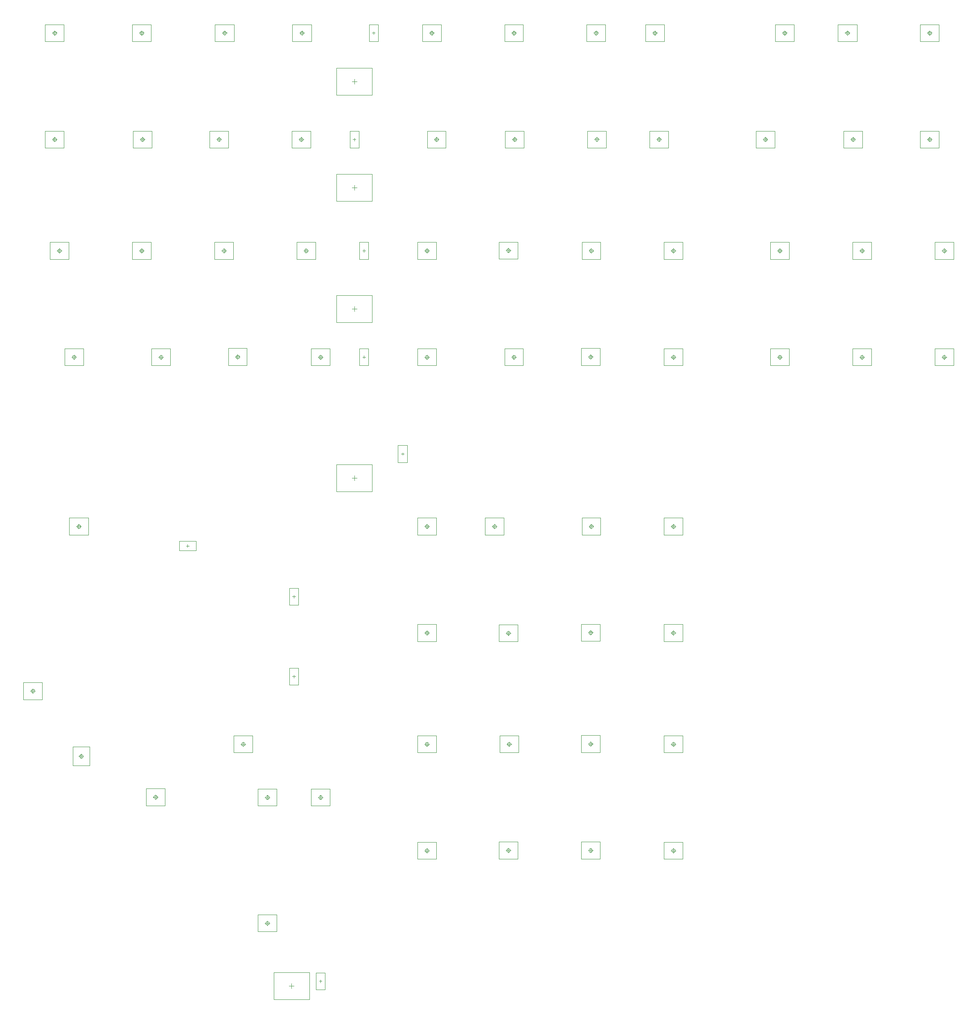
<source format=gbr>
%FSTAX23Y23*%
%MOIN*%
%SFA1B1*%

%IPPOS*%
%ADD50C,0.003937*%
%ADD51C,0.001969*%
%LNkeyboardmain_mechanical_15-1*%
%LPD*%
G54D50*
X02322Y00649D02*
Y00688D01*
X02303Y00669D02*
X02342D01*
X02834Y04783D02*
Y04822D01*
X02814Y04803D02*
X02854D01*
X02834Y06161D02*
Y062D01*
X02814Y06181D02*
X02854D01*
X02834Y07145D02*
Y07185D01*
X02814Y07165D02*
X02854D01*
X02834Y08011D02*
Y08051D01*
X02814Y08031D02*
X02854D01*
G54D51*
X0023Y0307D02*
D01*
X0023Y03071*
X0023Y03072*
X0023Y03073*
X00229Y03074*
X00229Y03075*
X00229Y03076*
X00228Y03077*
X00228Y03078*
X00227Y03078*
X00227Y03079*
X00226Y0308*
X00225Y03081*
X00225Y03081*
X00224Y03082*
X00223Y03082*
X00222Y03083*
X00221Y03083*
X0022Y03083*
X00219Y03084*
X00218Y03084*
X00217Y03084*
X00217Y03084*
X00216*
X00215Y03084*
X00214Y03084*
X00213Y03084*
X00212Y03083*
X00211Y03083*
X0021Y03083*
X00209Y03082*
X00208Y03082*
X00208Y03081*
X00207Y03081*
X00206Y0308*
X00205Y03079*
X00205Y03078*
X00204Y03078*
X00204Y03077*
X00203Y03076*
X00203Y03075*
X00203Y03074*
X00203Y03073*
X00202Y03072*
X00202Y03071*
X00202Y0307*
X00202Y03069*
X00202Y03068*
X00203Y03068*
X00203Y03067*
X00203Y03066*
X00203Y03065*
X00204Y03064*
X00204Y03063*
X00205Y03062*
X00205Y03062*
X00206Y03061*
X00207Y0306*
X00208Y0306*
X00208Y03059*
X00209Y03058*
X0021Y03058*
X00211Y03058*
X00212Y03057*
X00213Y03057*
X00214Y03057*
X00215Y03057*
X00216Y03057*
X00217*
X00217Y03057*
X00218Y03057*
X00219Y03057*
X0022Y03057*
X00221Y03058*
X00222Y03058*
X00223Y03058*
X00224Y03059*
X00225Y0306*
X00225Y0306*
X00226Y03061*
X00227Y03062*
X00227Y03062*
X00228Y03063*
X00228Y03064*
X00229Y03065*
X00229Y03066*
X00229Y03067*
X0023Y03068*
X0023Y03068*
X0023Y03069*
X0023Y0307*
X00624Y02539D02*
D01*
X00623Y0254*
X00623Y02541*
X00623Y02542*
X00623Y02543*
X00623Y02544*
X00622Y02544*
X00622Y02545*
X00621Y02546*
X00621Y02547*
X0062Y02548*
X0062Y02548*
X00619Y02549*
X00618Y0255*
X00617Y0255*
X00617Y02551*
X00616Y02551*
X00615Y02552*
X00614Y02552*
X00613Y02552*
X00612Y02552*
X00611Y02553*
X0061Y02553*
X00609*
X00608Y02553*
X00607Y02552*
X00606Y02552*
X00605Y02552*
X00605Y02552*
X00604Y02551*
X00603Y02551*
X00602Y0255*
X00601Y0255*
X00601Y02549*
X006Y02548*
X00599Y02548*
X00599Y02547*
X00598Y02546*
X00598Y02545*
X00597Y02544*
X00597Y02544*
X00596Y02543*
X00596Y02542*
X00596Y02541*
X00596Y0254*
X00596Y02539*
X00596Y02538*
X00596Y02537*
X00596Y02536*
X00596Y02535*
X00597Y02534*
X00597Y02533*
X00598Y02532*
X00598Y02532*
X00599Y02531*
X00599Y0253*
X006Y02529*
X00601Y02529*
X00601Y02528*
X00602Y02527*
X00603Y02527*
X00604Y02526*
X00605Y02526*
X00605Y02526*
X00606Y02525*
X00607Y02525*
X00608Y02525*
X00609Y02525*
X0061*
X00611Y02525*
X00612Y02525*
X00613Y02525*
X00614Y02526*
X00615Y02526*
X00616Y02526*
X00617Y02527*
X00617Y02527*
X00618Y02528*
X00619Y02529*
X0062Y02529*
X0062Y0253*
X00621Y02531*
X00621Y02532*
X00622Y02532*
X00622Y02533*
X00623Y02534*
X00623Y02535*
X00623Y02536*
X00623Y02537*
X00623Y02538*
X00624Y02539*
X05446Y01771D02*
D01*
X05446Y01772*
X05446Y01773*
X05446Y01774*
X05446Y01775*
X05446Y01776*
X05445Y01777*
X05445Y01778*
X05444Y01778*
X05444Y01779*
X05443Y0178*
X05442Y01781*
X05442Y01781*
X05441Y01782*
X0544Y01783*
X05439Y01783*
X05439Y01784*
X05438Y01784*
X05437Y01784*
X05436Y01785*
X05435Y01785*
X05434Y01785*
X05433Y01785*
X05432*
X05431Y01785*
X0543Y01785*
X05429Y01785*
X05428Y01784*
X05427Y01784*
X05427Y01784*
X05426Y01783*
X05425Y01783*
X05424Y01782*
X05423Y01781*
X05423Y01781*
X05422Y0178*
X05421Y01779*
X05421Y01778*
X0542Y01778*
X0542Y01777*
X0542Y01776*
X05419Y01775*
X05419Y01774*
X05419Y01773*
X05419Y01772*
X05419Y01771*
X05419Y0177*
X05419Y01769*
X05419Y01768*
X05419Y01767*
X0542Y01766*
X0542Y01766*
X0542Y01765*
X05421Y01764*
X05421Y01763*
X05422Y01762*
X05423Y01762*
X05423Y01761*
X05424Y0176*
X05425Y0176*
X05426Y01759*
X05427Y01759*
X05427Y01758*
X05428Y01758*
X05429Y01758*
X0543Y01758*
X05431Y01757*
X05432Y01757*
X05433*
X05434Y01757*
X05435Y01758*
X05436Y01758*
X05437Y01758*
X05438Y01758*
X05439Y01759*
X05439Y01759*
X0544Y0176*
X05441Y0176*
X05442Y01761*
X05442Y01762*
X05443Y01762*
X05444Y01763*
X05444Y01764*
X05445Y01765*
X05445Y01766*
X05446Y01766*
X05446Y01767*
X05446Y01768*
X05446Y01769*
X05446Y0177*
X05446Y01771*
X04771Y01773D02*
D01*
X04771Y01774*
X04771Y01775*
X04771Y01776*
X04771Y01777*
X0477Y01778*
X0477Y01779*
X0477Y0178*
X04769Y0178*
X04769Y01781*
X04768Y01782*
X04767Y01783*
X04767Y01783*
X04766Y01784*
X04765Y01785*
X04764Y01785*
X04763Y01786*
X04763Y01786*
X04762Y01786*
X04761Y01786*
X0476Y01787*
X04759Y01787*
X04758Y01787*
X04757*
X04756Y01787*
X04755Y01787*
X04754Y01786*
X04753Y01786*
X04752Y01786*
X04751Y01786*
X0475Y01785*
X0475Y01785*
X04749Y01784*
X04748Y01783*
X04747Y01783*
X04747Y01782*
X04746Y01781*
X04746Y0178*
X04745Y0178*
X04745Y01779*
X04744Y01778*
X04744Y01777*
X04744Y01776*
X04744Y01775*
X04744Y01774*
X04744Y01773*
X04744Y01772*
X04744Y01771*
X04744Y0177*
X04744Y01769*
X04744Y01768*
X04745Y01768*
X04745Y01767*
X04746Y01766*
X04746Y01765*
X04747Y01764*
X04747Y01764*
X04748Y01763*
X04749Y01762*
X0475Y01762*
X0475Y01761*
X04751Y01761*
X04752Y0176*
X04753Y0176*
X04754Y0176*
X04755Y0176*
X04756Y01759*
X04757Y01759*
X04758*
X04759Y01759*
X0476Y0176*
X04761Y0176*
X04762Y0176*
X04763Y0176*
X04763Y01761*
X04764Y01761*
X04765Y01762*
X04766Y01762*
X04767Y01763*
X04767Y01764*
X04768Y01764*
X04769Y01765*
X04769Y01766*
X0477Y01767*
X0477Y01768*
X0477Y01768*
X04771Y01769*
X04771Y0177*
X04771Y01771*
X04771Y01772*
X04771Y01773*
X04102D02*
D01*
X04102Y01774*
X04102Y01775*
X04102Y01776*
X04101Y01777*
X04101Y01778*
X04101Y01779*
X041Y0178*
X041Y0178*
X04099Y01781*
X04099Y01782*
X04098Y01783*
X04097Y01783*
X04097Y01784*
X04096Y01785*
X04095Y01785*
X04094Y01786*
X04093Y01786*
X04092Y01786*
X04091Y01786*
X0409Y01787*
X0409Y01787*
X04089Y01787*
X04088*
X04087Y01787*
X04086Y01787*
X04085Y01786*
X04084Y01786*
X04083Y01786*
X04082Y01786*
X04081Y01785*
X0408Y01785*
X0408Y01784*
X04079Y01783*
X04078Y01783*
X04078Y01782*
X04077Y01781*
X04076Y0178*
X04076Y0178*
X04075Y01779*
X04075Y01778*
X04075Y01777*
X04075Y01776*
X04074Y01775*
X04074Y01774*
X04074Y01773*
X04074Y01772*
X04074Y01771*
X04075Y0177*
X04075Y01769*
X04075Y01768*
X04075Y01768*
X04076Y01767*
X04076Y01766*
X04077Y01765*
X04078Y01764*
X04078Y01764*
X04079Y01763*
X0408Y01762*
X0408Y01762*
X04081Y01761*
X04082Y01761*
X04083Y0176*
X04084Y0176*
X04085Y0176*
X04086Y0176*
X04087Y01759*
X04088Y01759*
X04089*
X0409Y01759*
X0409Y0176*
X04091Y0176*
X04092Y0176*
X04093Y0176*
X04094Y01761*
X04095Y01761*
X04096Y01762*
X04097Y01762*
X04097Y01763*
X04098Y01764*
X04099Y01764*
X04099Y01765*
X041Y01766*
X041Y01767*
X04101Y01768*
X04101Y01768*
X04101Y01769*
X04102Y0177*
X04102Y01771*
X04102Y01772*
X04102Y01773*
X03438Y01771D02*
D01*
X03438Y01772*
X03438Y01773*
X03438Y01774*
X03438Y01775*
X03438Y01776*
X03437Y01777*
X03437Y01778*
X03436Y01778*
X03436Y01779*
X03435Y0178*
X03435Y01781*
X03434Y01781*
X03433Y01782*
X03432Y01783*
X03432Y01783*
X03431Y01784*
X0343Y01784*
X03429Y01784*
X03428Y01785*
X03427Y01785*
X03426Y01785*
X03425Y01785*
X03424*
X03423Y01785*
X03422Y01785*
X03421Y01785*
X0342Y01784*
X0342Y01784*
X03419Y01784*
X03418Y01783*
X03417Y01783*
X03416Y01782*
X03415Y01781*
X03415Y01781*
X03414Y0178*
X03414Y01779*
X03413Y01778*
X03413Y01778*
X03412Y01777*
X03412Y01776*
X03411Y01775*
X03411Y01774*
X03411Y01773*
X03411Y01772*
X03411Y01771*
X03411Y0177*
X03411Y01769*
X03411Y01768*
X03411Y01767*
X03412Y01766*
X03412Y01766*
X03413Y01765*
X03413Y01764*
X03414Y01763*
X03414Y01762*
X03415Y01762*
X03415Y01761*
X03416Y0176*
X03417Y0176*
X03418Y01759*
X03419Y01759*
X0342Y01758*
X0342Y01758*
X03421Y01758*
X03422Y01758*
X03423Y01757*
X03424Y01757*
X03425*
X03426Y01757*
X03427Y01758*
X03428Y01758*
X03429Y01758*
X0343Y01758*
X03431Y01759*
X03432Y01759*
X03432Y0176*
X03433Y0176*
X03434Y01761*
X03435Y01762*
X03435Y01762*
X03436Y01763*
X03436Y01764*
X03437Y01765*
X03437Y01766*
X03438Y01766*
X03438Y01767*
X03438Y01768*
X03438Y01769*
X03438Y0177*
X03438Y01771*
X02139Y01181D02*
D01*
X02139Y01182*
X02139Y01183*
X02139Y01183*
X02139Y01184*
X02138Y01185*
X02138Y01186*
X02138Y01187*
X02137Y01188*
X02137Y01189*
X02136Y01189*
X02135Y0119*
X02135Y01191*
X02134Y01191*
X02133Y01192*
X02132Y01193*
X02132Y01193*
X02131Y01193*
X0213Y01194*
X02129Y01194*
X02128Y01194*
X02127Y01194*
X02126Y01194*
X02125*
X02124Y01194*
X02123Y01194*
X02122Y01194*
X02121Y01194*
X0212Y01193*
X02119Y01193*
X02119Y01193*
X02118Y01192*
X02117Y01191*
X02116Y01191*
X02116Y0119*
X02115Y01189*
X02114Y01189*
X02114Y01188*
X02113Y01187*
X02113Y01186*
X02113Y01185*
X02112Y01184*
X02112Y01183*
X02112Y01183*
X02112Y01182*
X02112Y01181*
X02112Y0118*
X02112Y01179*
X02112Y01178*
X02112Y01177*
X02113Y01176*
X02113Y01175*
X02113Y01174*
X02114Y01173*
X02114Y01173*
X02115Y01172*
X02116Y01171*
X02116Y0117*
X02117Y0117*
X02118Y01169*
X02119Y01169*
X02119Y01168*
X0212Y01168*
X02121Y01167*
X02122Y01167*
X02123Y01167*
X02124Y01167*
X02125Y01167*
X02126*
X02127Y01167*
X02128Y01167*
X02129Y01167*
X0213Y01167*
X02131Y01168*
X02132Y01168*
X02132Y01169*
X02133Y01169*
X02134Y0117*
X02135Y0117*
X02135Y01171*
X02136Y01172*
X02137Y01173*
X02137Y01173*
X02138Y01174*
X02138Y01175*
X02138Y01176*
X02139Y01177*
X02139Y01178*
X02139Y01179*
X02139Y0118*
X02139Y01181*
X05446Y02637D02*
D01*
X05446Y02638*
X05446Y02639*
X05446Y0264*
X05446Y02641*
X05446Y02642*
X05445Y02643*
X05445Y02644*
X05444Y02645*
X05444Y02645*
X05443Y02646*
X05442Y02647*
X05442Y02648*
X05441Y02648*
X0544Y02649*
X05439Y02649*
X05439Y0265*
X05438Y0265*
X05437Y0265*
X05436Y02651*
X05435Y02651*
X05434Y02651*
X05433Y02651*
X05432*
X05431Y02651*
X0543Y02651*
X05429Y02651*
X05428Y0265*
X05427Y0265*
X05427Y0265*
X05426Y02649*
X05425Y02649*
X05424Y02648*
X05423Y02648*
X05423Y02647*
X05422Y02646*
X05421Y02645*
X05421Y02645*
X0542Y02644*
X0542Y02643*
X0542Y02642*
X05419Y02641*
X05419Y0264*
X05419Y02639*
X05419Y02638*
X05419Y02637*
X05419Y02636*
X05419Y02635*
X05419Y02634*
X05419Y02633*
X0542Y02633*
X0542Y02632*
X0542Y02631*
X05421Y0263*
X05421Y02629*
X05422Y02628*
X05423Y02628*
X05423Y02627*
X05424Y02626*
X05425Y02626*
X05426Y02625*
X05427Y02625*
X05427Y02625*
X05428Y02624*
X05429Y02624*
X0543Y02624*
X05431Y02624*
X05432Y02624*
X05433*
X05434Y02624*
X05435Y02624*
X05436Y02624*
X05437Y02624*
X05438Y02625*
X05439Y02625*
X05439Y02625*
X0544Y02626*
X05441Y02626*
X05442Y02627*
X05442Y02628*
X05443Y02628*
X05444Y02629*
X05444Y0263*
X05445Y02631*
X05445Y02632*
X05446Y02633*
X05446Y02633*
X05446Y02634*
X05446Y02635*
X05446Y02636*
X05446Y02637*
X04771Y02639D02*
D01*
X04771Y0264*
X04771Y02641*
X04771Y02642*
X04771Y02643*
X0477Y02644*
X0477Y02645*
X0477Y02646*
X04769Y02647*
X04769Y02647*
X04768Y02648*
X04767Y02649*
X04767Y0265*
X04766Y0265*
X04765Y02651*
X04764Y02651*
X04763Y02652*
X04763Y02652*
X04762Y02652*
X04761Y02653*
X0476Y02653*
X04759Y02653*
X04758Y02653*
X04757*
X04756Y02653*
X04755Y02653*
X04754Y02653*
X04753Y02652*
X04752Y02652*
X04751Y02652*
X0475Y02651*
X0475Y02651*
X04749Y0265*
X04748Y0265*
X04747Y02649*
X04747Y02648*
X04746Y02647*
X04746Y02647*
X04745Y02646*
X04745Y02645*
X04744Y02644*
X04744Y02643*
X04744Y02642*
X04744Y02641*
X04744Y0264*
X04744Y02639*
X04744Y02638*
X04744Y02637*
X04744Y02636*
X04744Y02635*
X04744Y02635*
X04745Y02634*
X04745Y02633*
X04746Y02632*
X04746Y02631*
X04747Y0263*
X04747Y0263*
X04748Y02629*
X04749Y02628*
X0475Y02628*
X0475Y02627*
X04751Y02627*
X04752Y02626*
X04753Y02626*
X04754Y02626*
X04755Y02626*
X04756Y02626*
X04757Y02625*
X04758*
X04759Y02626*
X0476Y02626*
X04761Y02626*
X04762Y02626*
X04763Y02626*
X04763Y02627*
X04764Y02627*
X04765Y02628*
X04766Y02628*
X04767Y02629*
X04767Y0263*
X04768Y0263*
X04769Y02631*
X04769Y02632*
X0477Y02633*
X0477Y02634*
X0477Y02635*
X04771Y02635*
X04771Y02636*
X04771Y02637*
X04771Y02638*
X04771Y02639*
X04108Y02637D02*
D01*
X04108Y02638*
X04108Y02639*
X04107Y0264*
X04107Y02641*
X04107Y02642*
X04107Y02643*
X04106Y02644*
X04106Y02645*
X04105Y02645*
X04105Y02646*
X04104Y02647*
X04103Y02648*
X04102Y02648*
X04102Y02649*
X04101Y02649*
X041Y0265*
X04099Y0265*
X04098Y0265*
X04097Y02651*
X04096Y02651*
X04095Y02651*
X04094Y02651*
X04094*
X04093Y02651*
X04092Y02651*
X04091Y02651*
X0409Y0265*
X04089Y0265*
X04088Y0265*
X04087Y02649*
X04086Y02649*
X04086Y02648*
X04085Y02648*
X04084Y02647*
X04083Y02646*
X04083Y02645*
X04082Y02645*
X04082Y02644*
X04081Y02643*
X04081Y02642*
X04081Y02641*
X04081Y0264*
X0408Y02639*
X0408Y02638*
X0408Y02637*
X0408Y02636*
X0408Y02635*
X04081Y02634*
X04081Y02633*
X04081Y02633*
X04081Y02632*
X04082Y02631*
X04082Y0263*
X04083Y02629*
X04083Y02628*
X04084Y02628*
X04085Y02627*
X04086Y02626*
X04086Y02626*
X04087Y02625*
X04088Y02625*
X04089Y02625*
X0409Y02624*
X04091Y02624*
X04092Y02624*
X04093Y02624*
X04094Y02624*
X04094*
X04095Y02624*
X04096Y02624*
X04097Y02624*
X04098Y02624*
X04099Y02625*
X041Y02625*
X04101Y02625*
X04102Y02626*
X04102Y02626*
X04103Y02627*
X04104Y02628*
X04105Y02628*
X04105Y02629*
X04106Y0263*
X04106Y02631*
X04107Y02632*
X04107Y02633*
X04107Y02633*
X04107Y02634*
X04108Y02635*
X04108Y02636*
X04108Y02637*
X03438D02*
D01*
X03438Y02638*
X03438Y02639*
X03438Y0264*
X03438Y02641*
X03438Y02642*
X03437Y02643*
X03437Y02644*
X03436Y02645*
X03436Y02645*
X03435Y02646*
X03435Y02647*
X03434Y02648*
X03433Y02648*
X03432Y02649*
X03432Y02649*
X03431Y0265*
X0343Y0265*
X03429Y0265*
X03428Y02651*
X03427Y02651*
X03426Y02651*
X03425Y02651*
X03424*
X03423Y02651*
X03422Y02651*
X03421Y02651*
X0342Y0265*
X0342Y0265*
X03419Y0265*
X03418Y02649*
X03417Y02649*
X03416Y02648*
X03415Y02648*
X03415Y02647*
X03414Y02646*
X03414Y02645*
X03413Y02645*
X03413Y02644*
X03412Y02643*
X03412Y02642*
X03411Y02641*
X03411Y0264*
X03411Y02639*
X03411Y02638*
X03411Y02637*
X03411Y02636*
X03411Y02635*
X03411Y02634*
X03411Y02633*
X03412Y02633*
X03412Y02632*
X03413Y02631*
X03413Y0263*
X03414Y02629*
X03414Y02628*
X03415Y02628*
X03415Y02627*
X03416Y02626*
X03417Y02626*
X03418Y02625*
X03419Y02625*
X0342Y02625*
X0342Y02624*
X03421Y02624*
X03422Y02624*
X03423Y02624*
X03424Y02624*
X03425*
X03426Y02624*
X03427Y02624*
X03428Y02624*
X03429Y02624*
X0343Y02625*
X03431Y02625*
X03432Y02625*
X03432Y02626*
X03433Y02626*
X03434Y02627*
X03435Y02628*
X03435Y02628*
X03436Y02629*
X03436Y0263*
X03437Y02631*
X03437Y02632*
X03438Y02633*
X03438Y02633*
X03438Y02634*
X03438Y02635*
X03438Y02636*
X03438Y02637*
X02572Y02204D02*
D01*
X02572Y02205*
X02572Y02206*
X02572Y02207*
X02572Y02208*
X02572Y02209*
X02571Y0221*
X02571Y02211*
X0257Y02212*
X0257Y02212*
X02569Y02213*
X02568Y02214*
X02568Y02214*
X02567Y02215*
X02566Y02216*
X02565Y02216*
X02565Y02217*
X02564Y02217*
X02563Y02217*
X02562Y02218*
X02561Y02218*
X0256Y02218*
X02559Y02218*
X02558*
X02557Y02218*
X02556Y02218*
X02555Y02218*
X02554Y02217*
X02553Y02217*
X02553Y02217*
X02552Y02216*
X02551Y02216*
X0255Y02215*
X02549Y02214*
X02549Y02214*
X02548Y02213*
X02547Y02212*
X02547Y02212*
X02546Y02211*
X02546Y0221*
X02546Y02209*
X02545Y02208*
X02545Y02207*
X02545Y02206*
X02545Y02205*
X02545Y02204*
X02545Y02203*
X02545Y02202*
X02545Y02201*
X02545Y022*
X02546Y022*
X02546Y02199*
X02546Y02198*
X02547Y02197*
X02547Y02196*
X02548Y02195*
X02549Y02195*
X02549Y02194*
X0255Y02193*
X02551Y02193*
X02552Y02192*
X02553Y02192*
X02553Y02191*
X02554Y02191*
X02555Y02191*
X02556Y02191*
X02557Y02191*
X02558Y0219*
X02559*
X0256Y02191*
X02561Y02191*
X02562Y02191*
X02563Y02191*
X02564Y02191*
X02565Y02192*
X02565Y02192*
X02566Y02193*
X02567Y02193*
X02568Y02194*
X02568Y02195*
X02569Y02195*
X0257Y02196*
X0257Y02197*
X02571Y02198*
X02571Y02199*
X02572Y022*
X02572Y022*
X02572Y02201*
X02572Y02202*
X02572Y02203*
X02572Y02204*
X02139D02*
D01*
X02139Y02205*
X02139Y02206*
X02139Y02207*
X02139Y02208*
X02138Y02209*
X02138Y0221*
X02138Y02211*
X02137Y02212*
X02137Y02212*
X02136Y02213*
X02135Y02214*
X02135Y02214*
X02134Y02215*
X02133Y02216*
X02132Y02216*
X02132Y02217*
X02131Y02217*
X0213Y02217*
X02129Y02218*
X02128Y02218*
X02127Y02218*
X02126Y02218*
X02125*
X02124Y02218*
X02123Y02218*
X02122Y02218*
X02121Y02217*
X0212Y02217*
X02119Y02217*
X02119Y02216*
X02118Y02216*
X02117Y02215*
X02116Y02214*
X02116Y02214*
X02115Y02213*
X02114Y02212*
X02114Y02212*
X02113Y02211*
X02113Y0221*
X02113Y02209*
X02112Y02208*
X02112Y02207*
X02112Y02206*
X02112Y02205*
X02112Y02204*
X02112Y02203*
X02112Y02202*
X02112Y02201*
X02112Y022*
X02113Y022*
X02113Y02199*
X02113Y02198*
X02114Y02197*
X02114Y02196*
X02115Y02195*
X02116Y02195*
X02116Y02194*
X02117Y02193*
X02118Y02193*
X02119Y02192*
X02119Y02192*
X0212Y02191*
X02121Y02191*
X02122Y02191*
X02123Y02191*
X02124Y02191*
X02125Y0219*
X02126*
X02127Y02191*
X02128Y02191*
X02129Y02191*
X0213Y02191*
X02131Y02191*
X02132Y02192*
X02132Y02192*
X02133Y02193*
X02134Y02193*
X02135Y02194*
X02135Y02195*
X02136Y02195*
X02137Y02196*
X02137Y02197*
X02138Y02198*
X02138Y02199*
X02138Y022*
X02139Y022*
X02139Y02201*
X02139Y02202*
X02139Y02203*
X02139Y02204*
X01228Y02206D02*
D01*
X01228Y02207*
X01228Y02208*
X01228Y02209*
X01227Y0221*
X01227Y02211*
X01227Y02212*
X01226Y02213*
X01226Y02213*
X01225Y02214*
X01225Y02215*
X01224Y02216*
X01223Y02216*
X01223Y02217*
X01222Y02218*
X01221Y02218*
X0122Y02219*
X01219Y02219*
X01218Y02219*
X01217Y0222*
X01216Y0222*
X01216Y0222*
X01215Y0222*
X01214*
X01213Y0222*
X01212Y0222*
X01211Y0222*
X0121Y02219*
X01209Y02219*
X01208Y02219*
X01207Y02218*
X01206Y02218*
X01206Y02217*
X01205Y02216*
X01204Y02216*
X01204Y02215*
X01203Y02214*
X01202Y02213*
X01202Y02213*
X01201Y02212*
X01201Y02211*
X01201Y0221*
X01201Y02209*
X012Y02208*
X012Y02207*
X012Y02206*
X012Y02205*
X012Y02204*
X01201Y02203*
X01201Y02202*
X01201Y02201*
X01201Y02201*
X01202Y022*
X01202Y02199*
X01203Y02198*
X01204Y02197*
X01204Y02197*
X01205Y02196*
X01206Y02195*
X01206Y02195*
X01207Y02194*
X01208Y02194*
X01209Y02193*
X0121Y02193*
X01211Y02193*
X01212Y02193*
X01213Y02192*
X01214Y02192*
X01215*
X01216Y02192*
X01216Y02193*
X01217Y02193*
X01218Y02193*
X01219Y02193*
X0122Y02194*
X01221Y02194*
X01222Y02195*
X01223Y02195*
X01223Y02196*
X01224Y02197*
X01225Y02197*
X01225Y02198*
X01226Y02199*
X01226Y022*
X01227Y02201*
X01227Y02201*
X01227Y02202*
X01228Y02203*
X01228Y02204*
X01228Y02205*
X01228Y02206*
X05446Y03543D02*
D01*
X05446Y03544*
X05446Y03545*
X05446Y03546*
X05446Y03547*
X05446Y03548*
X05445Y03548*
X05445Y03549*
X05444Y0355*
X05444Y03551*
X05443Y03552*
X05442Y03552*
X05442Y03553*
X05441Y03554*
X0544Y03554*
X05439Y03555*
X05439Y03555*
X05438Y03556*
X05437Y03556*
X05436Y03556*
X05435Y03556*
X05434Y03557*
X05433Y03557*
X05432*
X05431Y03557*
X0543Y03556*
X05429Y03556*
X05428Y03556*
X05427Y03556*
X05427Y03555*
X05426Y03555*
X05425Y03554*
X05424Y03554*
X05423Y03553*
X05423Y03552*
X05422Y03552*
X05421Y03551*
X05421Y0355*
X0542Y03549*
X0542Y03548*
X0542Y03548*
X05419Y03547*
X05419Y03546*
X05419Y03545*
X05419Y03544*
X05419Y03543*
X05419Y03542*
X05419Y03541*
X05419Y0354*
X05419Y03539*
X0542Y03538*
X0542Y03537*
X0542Y03536*
X05421Y03536*
X05421Y03535*
X05422Y03534*
X05423Y03533*
X05423Y03533*
X05424Y03532*
X05425Y03531*
X05426Y03531*
X05427Y0353*
X05427Y0353*
X05428Y0353*
X05429Y03529*
X0543Y03529*
X05431Y03529*
X05432Y03529*
X05433*
X05434Y03529*
X05435Y03529*
X05436Y03529*
X05437Y0353*
X05438Y0353*
X05439Y0353*
X05439Y03531*
X0544Y03531*
X05441Y03532*
X05442Y03533*
X05442Y03533*
X05443Y03534*
X05444Y03535*
X05444Y03536*
X05445Y03536*
X05445Y03537*
X05446Y03538*
X05446Y03539*
X05446Y0354*
X05446Y03541*
X05446Y03542*
X05446Y03543*
X04771Y03545D02*
D01*
X04771Y03546*
X04771Y03547*
X04771Y03548*
X04771Y03549*
X0477Y03549*
X0477Y0355*
X0477Y03551*
X04769Y03552*
X04769Y03553*
X04768Y03554*
X04767Y03554*
X04767Y03555*
X04766Y03556*
X04765Y03556*
X04764Y03557*
X04763Y03557*
X04763Y03558*
X04762Y03558*
X04761Y03558*
X0476Y03558*
X04759Y03558*
X04758Y03559*
X04757*
X04756Y03558*
X04755Y03558*
X04754Y03558*
X04753Y03558*
X04752Y03558*
X04751Y03557*
X0475Y03557*
X0475Y03556*
X04749Y03556*
X04748Y03555*
X04747Y03554*
X04747Y03554*
X04746Y03553*
X04746Y03552*
X04745Y03551*
X04745Y0355*
X04744Y03549*
X04744Y03549*
X04744Y03548*
X04744Y03547*
X04744Y03546*
X04744Y03545*
X04744Y03544*
X04744Y03543*
X04744Y03542*
X04744Y03541*
X04744Y0354*
X04745Y03539*
X04745Y03538*
X04746Y03537*
X04746Y03537*
X04747Y03536*
X04747Y03535*
X04748Y03535*
X04749Y03534*
X0475Y03533*
X0475Y03533*
X04751Y03532*
X04752Y03532*
X04753Y03532*
X04754Y03531*
X04755Y03531*
X04756Y03531*
X04757Y03531*
X04758*
X04759Y03531*
X0476Y03531*
X04761Y03531*
X04762Y03532*
X04763Y03532*
X04763Y03532*
X04764Y03533*
X04765Y03533*
X04766Y03534*
X04767Y03535*
X04767Y03535*
X04768Y03536*
X04769Y03537*
X04769Y03537*
X0477Y03538*
X0477Y03539*
X0477Y0354*
X04771Y03541*
X04771Y03542*
X04771Y03543*
X04771Y03544*
X04771Y03545*
X04102Y03541D02*
D01*
X04102Y03542*
X04102Y03543*
X04102Y03544*
X04101Y03545*
X04101Y03546*
X04101Y03546*
X041Y03547*
X041Y03548*
X04099Y03549*
X04099Y0355*
X04098Y0355*
X04097Y03551*
X04097Y03552*
X04096Y03552*
X04095Y03553*
X04094Y03553*
X04093Y03554*
X04092Y03554*
X04091Y03554*
X0409Y03554*
X0409Y03555*
X04089Y03555*
X04088*
X04087Y03555*
X04086Y03554*
X04085Y03554*
X04084Y03554*
X04083Y03554*
X04082Y03553*
X04081Y03553*
X0408Y03552*
X0408Y03552*
X04079Y03551*
X04078Y0355*
X04078Y0355*
X04077Y03549*
X04076Y03548*
X04076Y03547*
X04075Y03546*
X04075Y03546*
X04075Y03545*
X04075Y03544*
X04074Y03543*
X04074Y03542*
X04074Y03541*
X04074Y0354*
X04074Y03539*
X04075Y03538*
X04075Y03537*
X04075Y03536*
X04075Y03535*
X04076Y03534*
X04076Y03534*
X04077Y03533*
X04078Y03532*
X04078Y03531*
X04079Y03531*
X0408Y0353*
X0408Y03529*
X04081Y03529*
X04082Y03528*
X04083Y03528*
X04084Y03528*
X04085Y03527*
X04086Y03527*
X04087Y03527*
X04088Y03527*
X04089*
X0409Y03527*
X0409Y03527*
X04091Y03527*
X04092Y03528*
X04093Y03528*
X04094Y03528*
X04095Y03529*
X04096Y03529*
X04097Y0353*
X04097Y03531*
X04098Y03531*
X04099Y03532*
X04099Y03533*
X041Y03534*
X041Y03534*
X04101Y03535*
X04101Y03536*
X04101Y03537*
X04102Y03538*
X04102Y03539*
X04102Y0354*
X04102Y03541*
X03438Y03543D02*
D01*
X03438Y03544*
X03438Y03545*
X03438Y03546*
X03438Y03547*
X03438Y03548*
X03437Y03548*
X03437Y03549*
X03436Y0355*
X03436Y03551*
X03435Y03552*
X03435Y03552*
X03434Y03553*
X03433Y03554*
X03432Y03554*
X03432Y03555*
X03431Y03555*
X0343Y03556*
X03429Y03556*
X03428Y03556*
X03427Y03556*
X03426Y03557*
X03425Y03557*
X03424*
X03423Y03557*
X03422Y03556*
X03421Y03556*
X0342Y03556*
X0342Y03556*
X03419Y03555*
X03418Y03555*
X03417Y03554*
X03416Y03554*
X03415Y03553*
X03415Y03552*
X03414Y03552*
X03414Y03551*
X03413Y0355*
X03413Y03549*
X03412Y03548*
X03412Y03548*
X03411Y03547*
X03411Y03546*
X03411Y03545*
X03411Y03544*
X03411Y03543*
X03411Y03542*
X03411Y03541*
X03411Y0354*
X03411Y03539*
X03412Y03538*
X03412Y03537*
X03413Y03536*
X03413Y03536*
X03414Y03535*
X03414Y03534*
X03415Y03533*
X03415Y03533*
X03416Y03532*
X03417Y03531*
X03418Y03531*
X03419Y0353*
X0342Y0353*
X0342Y0353*
X03421Y03529*
X03422Y03529*
X03423Y03529*
X03424Y03529*
X03425*
X03426Y03529*
X03427Y03529*
X03428Y03529*
X03429Y0353*
X0343Y0353*
X03431Y0353*
X03432Y03531*
X03432Y03531*
X03433Y03532*
X03434Y03533*
X03435Y03533*
X03435Y03534*
X03436Y03535*
X03436Y03536*
X03437Y03536*
X03437Y03537*
X03438Y03538*
X03438Y03539*
X03438Y0354*
X03438Y03541*
X03438Y03542*
X03438Y03543*
X01942Y02637D02*
D01*
X01942Y02638*
X01942Y02639*
X01942Y0264*
X01942Y02641*
X01942Y02642*
X01941Y02643*
X01941Y02644*
X0194Y02645*
X0194Y02645*
X01939Y02646*
X01939Y02647*
X01938Y02648*
X01937Y02648*
X01936Y02649*
X01936Y02649*
X01935Y0265*
X01934Y0265*
X01933Y0265*
X01932Y02651*
X01931Y02651*
X0193Y02651*
X01929Y02651*
X01928*
X01927Y02651*
X01926Y02651*
X01925Y02651*
X01924Y0265*
X01923Y0265*
X01923Y0265*
X01922Y02649*
X01921Y02649*
X0192Y02648*
X01919Y02648*
X01919Y02647*
X01918Y02646*
X01917Y02645*
X01917Y02645*
X01916Y02644*
X01916Y02643*
X01916Y02642*
X01915Y02641*
X01915Y0264*
X01915Y02639*
X01915Y02638*
X01915Y02637*
X01915Y02636*
X01915Y02635*
X01915Y02634*
X01915Y02633*
X01916Y02633*
X01916Y02632*
X01916Y02631*
X01917Y0263*
X01917Y02629*
X01918Y02628*
X01919Y02628*
X01919Y02627*
X0192Y02626*
X01921Y02626*
X01922Y02625*
X01923Y02625*
X01923Y02625*
X01924Y02624*
X01925Y02624*
X01926Y02624*
X01927Y02624*
X01928Y02624*
X01929*
X0193Y02624*
X01931Y02624*
X01932Y02624*
X01933Y02624*
X01934Y02625*
X01935Y02625*
X01936Y02625*
X01936Y02626*
X01937Y02626*
X01938Y02627*
X01939Y02628*
X01939Y02628*
X0194Y02629*
X0194Y0263*
X01941Y02631*
X01941Y02632*
X01942Y02633*
X01942Y02633*
X01942Y02634*
X01942Y02635*
X01942Y02636*
X01942Y02637*
X05446Y04409D02*
D01*
X05446Y0441*
X05446Y04411*
X05446Y04412*
X05446Y04413*
X05446Y04414*
X05445Y04415*
X05445Y04415*
X05444Y04416*
X05444Y04417*
X05443Y04418*
X05442Y04419*
X05442Y04419*
X05441Y0442*
X0544Y0442*
X05439Y04421*
X05439Y04421*
X05438Y04422*
X05437Y04422*
X05436Y04422*
X05435Y04423*
X05434Y04423*
X05433Y04423*
X05432*
X05431Y04423*
X0543Y04423*
X05429Y04422*
X05428Y04422*
X05427Y04422*
X05427Y04421*
X05426Y04421*
X05425Y0442*
X05424Y0442*
X05423Y04419*
X05423Y04419*
X05422Y04418*
X05421Y04417*
X05421Y04416*
X0542Y04415*
X0542Y04415*
X0542Y04414*
X05419Y04413*
X05419Y04412*
X05419Y04411*
X05419Y0441*
X05419Y04409*
X05419Y04408*
X05419Y04407*
X05419Y04406*
X05419Y04405*
X0542Y04404*
X0542Y04403*
X0542Y04402*
X05421Y04402*
X05421Y04401*
X05422Y044*
X05423Y04399*
X05423Y04399*
X05424Y04398*
X05425Y04398*
X05426Y04397*
X05427Y04397*
X05427Y04396*
X05428Y04396*
X05429Y04396*
X0543Y04395*
X05431Y04395*
X05432Y04395*
X05433*
X05434Y04395*
X05435Y04395*
X05436Y04396*
X05437Y04396*
X05438Y04396*
X05439Y04397*
X05439Y04397*
X0544Y04398*
X05441Y04398*
X05442Y04399*
X05442Y04399*
X05443Y044*
X05444Y04401*
X05444Y04402*
X05445Y04402*
X05445Y04403*
X05446Y04404*
X05446Y04405*
X05446Y04406*
X05446Y04407*
X05446Y04408*
X05446Y04409*
X04777D02*
D01*
X04777Y0441*
X04777Y04411*
X04777Y04412*
X04777Y04413*
X04776Y04414*
X04776Y04415*
X04775Y04415*
X04775Y04416*
X04774Y04417*
X04774Y04418*
X04773Y04419*
X04772Y04419*
X04772Y0442*
X04771Y0442*
X0477Y04421*
X04769Y04421*
X04768Y04422*
X04768Y04422*
X04767Y04422*
X04766Y04423*
X04765Y04423*
X04764Y04423*
X04763*
X04762Y04423*
X04761Y04423*
X0476Y04422*
X04759Y04422*
X04758Y04422*
X04757Y04421*
X04756Y04421*
X04756Y0442*
X04755Y0442*
X04754Y04419*
X04753Y04419*
X04753Y04418*
X04752Y04417*
X04752Y04416*
X04751Y04415*
X04751Y04415*
X0475Y04414*
X0475Y04413*
X0475Y04412*
X0475Y04411*
X0475Y0441*
X0475Y04409*
X0475Y04408*
X0475Y04407*
X0475Y04406*
X0475Y04405*
X0475Y04404*
X04751Y04403*
X04751Y04402*
X04752Y04402*
X04752Y04401*
X04753Y044*
X04753Y04399*
X04754Y04399*
X04755Y04398*
X04756Y04398*
X04756Y04397*
X04757Y04397*
X04758Y04396*
X04759Y04396*
X0476Y04396*
X04761Y04395*
X04762Y04395*
X04763Y04395*
X04764*
X04765Y04395*
X04766Y04395*
X04767Y04396*
X04768Y04396*
X04768Y04396*
X04769Y04397*
X0477Y04397*
X04771Y04398*
X04772Y04398*
X04772Y04399*
X04773Y04399*
X04774Y044*
X04774Y04401*
X04775Y04402*
X04775Y04402*
X04776Y04403*
X04776Y04404*
X04777Y04405*
X04777Y04406*
X04777Y04407*
X04777Y04408*
X04777Y04409*
X0399D02*
D01*
X0399Y0441*
X0399Y04411*
X03989Y04412*
X03989Y04413*
X03989Y04414*
X03988Y04415*
X03988Y04415*
X03988Y04416*
X03987Y04417*
X03986Y04418*
X03986Y04419*
X03985Y04419*
X03984Y0442*
X03984Y0442*
X03983Y04421*
X03982Y04421*
X03981Y04422*
X0398Y04422*
X03979Y04422*
X03978Y04423*
X03977Y04423*
X03976Y04423*
X03975*
X03974Y04423*
X03973Y04423*
X03973Y04422*
X03972Y04422*
X03971Y04422*
X0397Y04421*
X03969Y04421*
X03968Y0442*
X03967Y0442*
X03967Y04419*
X03966Y04419*
X03965Y04418*
X03965Y04417*
X03964Y04416*
X03964Y04415*
X03963Y04415*
X03963Y04414*
X03963Y04413*
X03962Y04412*
X03962Y04411*
X03962Y0441*
X03962Y04409*
X03962Y04408*
X03962Y04407*
X03962Y04406*
X03963Y04405*
X03963Y04404*
X03963Y04403*
X03964Y04402*
X03964Y04402*
X03965Y04401*
X03965Y044*
X03966Y04399*
X03967Y04399*
X03967Y04398*
X03968Y04398*
X03969Y04397*
X0397Y04397*
X03971Y04396*
X03972Y04396*
X03973Y04396*
X03973Y04395*
X03974Y04395*
X03975Y04395*
X03976*
X03977Y04395*
X03978Y04395*
X03979Y04396*
X0398Y04396*
X03981Y04396*
X03982Y04397*
X03983Y04397*
X03984Y04398*
X03984Y04398*
X03985Y04399*
X03986Y04399*
X03986Y044*
X03987Y04401*
X03988Y04402*
X03988Y04402*
X03988Y04403*
X03989Y04404*
X03989Y04405*
X03989Y04406*
X0399Y04407*
X0399Y04408*
X0399Y04409*
X03438D02*
D01*
X03438Y0441*
X03438Y04411*
X03438Y04412*
X03438Y04413*
X03438Y04414*
X03437Y04415*
X03437Y04415*
X03436Y04416*
X03436Y04417*
X03435Y04418*
X03435Y04419*
X03434Y04419*
X03433Y0442*
X03432Y0442*
X03432Y04421*
X03431Y04421*
X0343Y04422*
X03429Y04422*
X03428Y04422*
X03427Y04423*
X03426Y04423*
X03425Y04423*
X03424*
X03423Y04423*
X03422Y04423*
X03421Y04422*
X0342Y04422*
X0342Y04422*
X03419Y04421*
X03418Y04421*
X03417Y0442*
X03416Y0442*
X03415Y04419*
X03415Y04419*
X03414Y04418*
X03414Y04417*
X03413Y04416*
X03413Y04415*
X03412Y04415*
X03412Y04414*
X03411Y04413*
X03411Y04412*
X03411Y04411*
X03411Y0441*
X03411Y04409*
X03411Y04408*
X03411Y04407*
X03411Y04406*
X03411Y04405*
X03412Y04404*
X03412Y04403*
X03413Y04402*
X03413Y04402*
X03414Y04401*
X03414Y044*
X03415Y04399*
X03415Y04399*
X03416Y04398*
X03417Y04398*
X03418Y04397*
X03419Y04397*
X0342Y04396*
X0342Y04396*
X03421Y04396*
X03422Y04395*
X03423Y04395*
X03424Y04395*
X03425*
X03426Y04395*
X03427Y04395*
X03428Y04396*
X03429Y04396*
X0343Y04396*
X03431Y04397*
X03432Y04397*
X03432Y04398*
X03433Y04398*
X03434Y04399*
X03435Y04399*
X03435Y044*
X03436Y04401*
X03436Y04402*
X03437Y04402*
X03437Y04403*
X03438Y04404*
X03438Y04405*
X03438Y04406*
X03438Y04407*
X03438Y04408*
X03438Y04409*
X00604D02*
D01*
X00604Y0441*
X00604Y04411*
X00604Y04412*
X00603Y04413*
X00603Y04414*
X00603Y04415*
X00602Y04415*
X00602Y04416*
X00601Y04417*
X00601Y04418*
X006Y04419*
X00599Y04419*
X00599Y0442*
X00598Y0442*
X00597Y04421*
X00596Y04421*
X00595Y04422*
X00594Y04422*
X00593Y04422*
X00592Y04423*
X00591Y04423*
X00591Y04423*
X0059*
X00589Y04423*
X00588Y04423*
X00587Y04422*
X00586Y04422*
X00585Y04422*
X00584Y04421*
X00583Y04421*
X00582Y0442*
X00582Y0442*
X00581Y04419*
X0058Y04419*
X00579Y04418*
X00579Y04417*
X00578Y04416*
X00578Y04415*
X00577Y04415*
X00577Y04414*
X00577Y04413*
X00577Y04412*
X00576Y04411*
X00576Y0441*
X00576Y04409*
X00576Y04408*
X00576Y04407*
X00577Y04406*
X00577Y04405*
X00577Y04404*
X00577Y04403*
X00578Y04402*
X00578Y04402*
X00579Y04401*
X00579Y044*
X0058Y04399*
X00581Y04399*
X00582Y04398*
X00582Y04398*
X00583Y04397*
X00584Y04397*
X00585Y04396*
X00586Y04396*
X00587Y04396*
X00588Y04395*
X00589Y04395*
X0059Y04395*
X00591*
X00591Y04395*
X00592Y04395*
X00593Y04396*
X00594Y04396*
X00595Y04396*
X00596Y04397*
X00597Y04397*
X00598Y04398*
X00599Y04398*
X00599Y04399*
X006Y04399*
X00601Y044*
X00601Y04401*
X00602Y04402*
X00602Y04402*
X00603Y04403*
X00603Y04404*
X00603Y04405*
X00604Y04406*
X00604Y04407*
X00604Y04408*
X00604Y04409*
X07651Y05787D02*
D01*
X07651Y05788*
X07651Y05789*
X07651Y0579*
X07651Y05791*
X0765Y05792*
X0765Y05793*
X07649Y05793*
X07649Y05794*
X07648Y05795*
X07648Y05796*
X07647Y05796*
X07647Y05797*
X07646Y05798*
X07645Y05798*
X07644Y05799*
X07643Y05799*
X07642Y058*
X07642Y058*
X07641Y058*
X0764Y058*
X07639Y05801*
X07638Y05801*
X07637*
X07636Y05801*
X07635Y058*
X07634Y058*
X07633Y058*
X07632Y058*
X07631Y05799*
X0763Y05799*
X0763Y05798*
X07629Y05798*
X07628Y05797*
X07627Y05796*
X07627Y05796*
X07626Y05795*
X07626Y05794*
X07625Y05793*
X07625Y05793*
X07624Y05792*
X07624Y05791*
X07624Y0579*
X07624Y05789*
X07624Y05788*
X07624Y05787*
X07624Y05786*
X07624Y05785*
X07624Y05784*
X07624Y05783*
X07624Y05782*
X07625Y05781*
X07625Y0578*
X07626Y0578*
X07626Y05779*
X07627Y05778*
X07627Y05777*
X07628Y05777*
X07629Y05776*
X0763Y05775*
X0763Y05775*
X07631Y05775*
X07632Y05774*
X07633Y05774*
X07634Y05774*
X07635Y05773*
X07636Y05773*
X07637Y05773*
X07638*
X07639Y05773*
X0764Y05773*
X07641Y05774*
X07642Y05774*
X07642Y05774*
X07643Y05775*
X07644Y05775*
X07645Y05775*
X07646Y05776*
X07647Y05777*
X07647Y05777*
X07648Y05778*
X07648Y05779*
X07649Y0578*
X07649Y0578*
X0765Y05781*
X0765Y05782*
X07651Y05783*
X07651Y05784*
X07651Y05785*
X07651Y05786*
X07651Y05787*
X06982D02*
D01*
X06982Y05788*
X06982Y05789*
X06981Y0579*
X06981Y05791*
X06981Y05792*
X06981Y05793*
X0698Y05793*
X0698Y05794*
X06979Y05795*
X06979Y05796*
X06978Y05796*
X06977Y05797*
X06976Y05798*
X06976Y05798*
X06975Y05799*
X06974Y05799*
X06973Y058*
X06972Y058*
X06971Y058*
X0697Y058*
X06969Y05801*
X06968Y05801*
X06968*
X06967Y05801*
X06966Y058*
X06965Y058*
X06964Y058*
X06963Y058*
X06962Y05799*
X06961Y05799*
X0696Y05798*
X0696Y05798*
X06959Y05797*
X06958Y05796*
X06957Y05796*
X06957Y05795*
X06956Y05794*
X06956Y05793*
X06955Y05793*
X06955Y05792*
X06955Y05791*
X06955Y0579*
X06954Y05789*
X06954Y05788*
X06954Y05787*
X06954Y05786*
X06954Y05785*
X06955Y05784*
X06955Y05783*
X06955Y05782*
X06955Y05781*
X06956Y0578*
X06956Y0578*
X06957Y05779*
X06957Y05778*
X06958Y05777*
X06959Y05777*
X0696Y05776*
X0696Y05775*
X06961Y05775*
X06962Y05775*
X06963Y05774*
X06964Y05774*
X06965Y05774*
X06966Y05773*
X06967Y05773*
X06968Y05773*
X06968*
X06969Y05773*
X0697Y05773*
X06971Y05774*
X06972Y05774*
X06973Y05774*
X06974Y05775*
X06975Y05775*
X06976Y05775*
X06976Y05776*
X06977Y05777*
X06978Y05777*
X06979Y05778*
X06979Y05779*
X0698Y0578*
X0698Y0578*
X06981Y05781*
X06981Y05782*
X06981Y05783*
X06981Y05784*
X06982Y05785*
X06982Y05786*
X06982Y05787*
X06312D02*
D01*
X06312Y05788*
X06312Y05789*
X06312Y0579*
X06312Y05791*
X06312Y05792*
X06311Y05793*
X06311Y05793*
X0631Y05794*
X0631Y05795*
X06309Y05796*
X06309Y05796*
X06308Y05797*
X06307Y05798*
X06306Y05798*
X06306Y05799*
X06305Y05799*
X06304Y058*
X06303Y058*
X06302Y058*
X06301Y058*
X063Y05801*
X06299Y05801*
X06298*
X06297Y05801*
X06296Y058*
X06295Y058*
X06294Y058*
X06294Y058*
X06293Y05799*
X06292Y05799*
X06291Y05798*
X0629Y05798*
X06289Y05797*
X06289Y05796*
X06288Y05796*
X06288Y05795*
X06287Y05794*
X06287Y05793*
X06286Y05793*
X06286Y05792*
X06285Y05791*
X06285Y0579*
X06285Y05789*
X06285Y05788*
X06285Y05787*
X06285Y05786*
X06285Y05785*
X06285Y05784*
X06285Y05783*
X06286Y05782*
X06286Y05781*
X06287Y0578*
X06287Y0578*
X06288Y05779*
X06288Y05778*
X06289Y05777*
X06289Y05777*
X0629Y05776*
X06291Y05775*
X06292Y05775*
X06293Y05775*
X06294Y05774*
X06294Y05774*
X06295Y05774*
X06296Y05773*
X06297Y05773*
X06298Y05773*
X06299*
X063Y05773*
X06301Y05773*
X06302Y05774*
X06303Y05774*
X06304Y05774*
X06305Y05775*
X06306Y05775*
X06306Y05775*
X06307Y05776*
X06308Y05777*
X06309Y05777*
X06309Y05778*
X0631Y05779*
X0631Y0578*
X06311Y0578*
X06311Y05781*
X06312Y05782*
X06312Y05783*
X06312Y05784*
X06312Y05785*
X06312Y05786*
X06312Y05787*
X05446D02*
D01*
X05446Y05788*
X05446Y05789*
X05446Y0579*
X05446Y05791*
X05446Y05792*
X05445Y05793*
X05445Y05793*
X05444Y05794*
X05444Y05795*
X05443Y05796*
X05442Y05796*
X05442Y05797*
X05441Y05798*
X0544Y05798*
X05439Y05799*
X05439Y05799*
X05438Y058*
X05437Y058*
X05436Y058*
X05435Y058*
X05434Y05801*
X05433Y05801*
X05432*
X05431Y05801*
X0543Y058*
X05429Y058*
X05428Y058*
X05427Y058*
X05427Y05799*
X05426Y05799*
X05425Y05798*
X05424Y05798*
X05423Y05797*
X05423Y05796*
X05422Y05796*
X05421Y05795*
X05421Y05794*
X0542Y05793*
X0542Y05793*
X0542Y05792*
X05419Y05791*
X05419Y0579*
X05419Y05789*
X05419Y05788*
X05419Y05787*
X05419Y05786*
X05419Y05785*
X05419Y05784*
X05419Y05783*
X0542Y05782*
X0542Y05781*
X0542Y0578*
X05421Y0578*
X05421Y05779*
X05422Y05778*
X05423Y05777*
X05423Y05777*
X05424Y05776*
X05425Y05775*
X05426Y05775*
X05427Y05775*
X05427Y05774*
X05428Y05774*
X05429Y05774*
X0543Y05773*
X05431Y05773*
X05432Y05773*
X05433*
X05434Y05773*
X05435Y05773*
X05436Y05774*
X05437Y05774*
X05438Y05774*
X05439Y05775*
X05439Y05775*
X0544Y05775*
X05441Y05776*
X05442Y05777*
X05442Y05777*
X05443Y05778*
X05444Y05779*
X05444Y0578*
X05445Y0578*
X05445Y05781*
X05446Y05782*
X05446Y05783*
X05446Y05784*
X05446Y05785*
X05446Y05786*
X05446Y05787*
X04771Y05789D02*
D01*
X04771Y0579*
X04771Y05791*
X04771Y05792*
X04771Y05793*
X0477Y05794*
X0477Y05794*
X0477Y05795*
X04769Y05796*
X04769Y05797*
X04768Y05798*
X04767Y05798*
X04767Y05799*
X04766Y058*
X04765Y058*
X04764Y05801*
X04763Y05801*
X04763Y05802*
X04762Y05802*
X04761Y05802*
X0476Y05802*
X04759Y05803*
X04758Y05803*
X04757*
X04756Y05803*
X04755Y05802*
X04754Y05802*
X04753Y05802*
X04752Y05802*
X04751Y05801*
X0475Y05801*
X0475Y058*
X04749Y058*
X04748Y05799*
X04747Y05798*
X04747Y05798*
X04746Y05797*
X04746Y05796*
X04745Y05795*
X04745Y05794*
X04744Y05794*
X04744Y05793*
X04744Y05792*
X04744Y05791*
X04744Y0579*
X04744Y05789*
X04744Y05788*
X04744Y05787*
X04744Y05786*
X04744Y05785*
X04744Y05784*
X04745Y05783*
X04745Y05782*
X04746Y05782*
X04746Y05781*
X04747Y0578*
X04747Y05779*
X04748Y05779*
X04749Y05778*
X0475Y05777*
X0475Y05777*
X04751Y05776*
X04752Y05776*
X04753Y05776*
X04754Y05775*
X04755Y05775*
X04756Y05775*
X04757Y05775*
X04758*
X04759Y05775*
X0476Y05775*
X04761Y05775*
X04762Y05776*
X04763Y05776*
X04763Y05776*
X04764Y05777*
X04765Y05777*
X04766Y05778*
X04767Y05779*
X04767Y05779*
X04768Y0578*
X04769Y05781*
X04769Y05782*
X0477Y05782*
X0477Y05783*
X0477Y05784*
X04771Y05785*
X04771Y05786*
X04771Y05787*
X04771Y05788*
X04771Y05789*
X04147Y05787D02*
D01*
X04147Y05788*
X04147Y05789*
X04147Y0579*
X04147Y05791*
X04146Y05792*
X04146Y05793*
X04146Y05793*
X04145Y05794*
X04145Y05795*
X04144Y05796*
X04143Y05796*
X04143Y05797*
X04142Y05798*
X04141Y05798*
X0414Y05799*
X04139Y05799*
X04139Y058*
X04138Y058*
X04137Y058*
X04136Y058*
X04135Y05801*
X04134Y05801*
X04133*
X04132Y05801*
X04131Y058*
X0413Y058*
X04129Y058*
X04128Y058*
X04127Y05799*
X04126Y05799*
X04126Y05798*
X04125Y05798*
X04124Y05797*
X04123Y05796*
X04123Y05796*
X04122Y05795*
X04122Y05794*
X04121Y05793*
X04121Y05793*
X0412Y05792*
X0412Y05791*
X0412Y0579*
X0412Y05789*
X0412Y05788*
X0412Y05787*
X0412Y05786*
X0412Y05785*
X0412Y05784*
X0412Y05783*
X0412Y05782*
X04121Y05781*
X04121Y0578*
X04122Y0578*
X04122Y05779*
X04123Y05778*
X04123Y05777*
X04124Y05777*
X04125Y05776*
X04126Y05775*
X04126Y05775*
X04127Y05775*
X04128Y05774*
X04129Y05774*
X0413Y05774*
X04131Y05773*
X04132Y05773*
X04133Y05773*
X04134*
X04135Y05773*
X04136Y05773*
X04137Y05774*
X04138Y05774*
X04139Y05774*
X04139Y05775*
X0414Y05775*
X04141Y05775*
X04142Y05776*
X04143Y05777*
X04143Y05777*
X04144Y05778*
X04145Y05779*
X04145Y0578*
X04146Y0578*
X04146Y05781*
X04146Y05782*
X04147Y05783*
X04147Y05784*
X04147Y05785*
X04147Y05786*
X04147Y05787*
X03438D02*
D01*
X03438Y05788*
X03438Y05789*
X03438Y0579*
X03438Y05791*
X03438Y05792*
X03437Y05793*
X03437Y05793*
X03436Y05794*
X03436Y05795*
X03435Y05796*
X03435Y05796*
X03434Y05797*
X03433Y05798*
X03432Y05798*
X03432Y05799*
X03431Y05799*
X0343Y058*
X03429Y058*
X03428Y058*
X03427Y058*
X03426Y05801*
X03425Y05801*
X03424*
X03423Y05801*
X03422Y058*
X03421Y058*
X0342Y058*
X0342Y058*
X03419Y05799*
X03418Y05799*
X03417Y05798*
X03416Y05798*
X03415Y05797*
X03415Y05796*
X03414Y05796*
X03414Y05795*
X03413Y05794*
X03413Y05793*
X03412Y05793*
X03412Y05792*
X03411Y05791*
X03411Y0579*
X03411Y05789*
X03411Y05788*
X03411Y05787*
X03411Y05786*
X03411Y05785*
X03411Y05784*
X03411Y05783*
X03412Y05782*
X03412Y05781*
X03413Y0578*
X03413Y0578*
X03414Y05779*
X03414Y05778*
X03415Y05777*
X03415Y05777*
X03416Y05776*
X03417Y05775*
X03418Y05775*
X03419Y05775*
X0342Y05774*
X0342Y05774*
X03421Y05774*
X03422Y05773*
X03423Y05773*
X03424Y05773*
X03425*
X03426Y05773*
X03427Y05773*
X03428Y05774*
X03429Y05774*
X0343Y05774*
X03431Y05775*
X03432Y05775*
X03432Y05775*
X03433Y05776*
X03434Y05777*
X03435Y05777*
X03435Y05778*
X03436Y05779*
X03436Y0578*
X03437Y0578*
X03437Y05781*
X03438Y05782*
X03438Y05783*
X03438Y05784*
X03438Y05785*
X03438Y05786*
X03438Y05787*
X02572D02*
D01*
X02572Y05788*
X02572Y05789*
X02572Y0579*
X02572Y05791*
X02572Y05792*
X02571Y05793*
X02571Y05793*
X0257Y05794*
X0257Y05795*
X02569Y05796*
X02568Y05796*
X02568Y05797*
X02567Y05798*
X02566Y05798*
X02565Y05799*
X02565Y05799*
X02564Y058*
X02563Y058*
X02562Y058*
X02561Y058*
X0256Y05801*
X02559Y05801*
X02558*
X02557Y05801*
X02556Y058*
X02555Y058*
X02554Y058*
X02553Y058*
X02553Y05799*
X02552Y05799*
X02551Y05798*
X0255Y05798*
X02549Y05797*
X02549Y05796*
X02548Y05796*
X02547Y05795*
X02547Y05794*
X02546Y05793*
X02546Y05793*
X02546Y05792*
X02545Y05791*
X02545Y0579*
X02545Y05789*
X02545Y05788*
X02545Y05787*
X02545Y05786*
X02545Y05785*
X02545Y05784*
X02545Y05783*
X02546Y05782*
X02546Y05781*
X02546Y0578*
X02547Y0578*
X02547Y05779*
X02548Y05778*
X02549Y05777*
X02549Y05777*
X0255Y05776*
X02551Y05775*
X02552Y05775*
X02553Y05775*
X02553Y05774*
X02554Y05774*
X02555Y05774*
X02556Y05773*
X02557Y05773*
X02558Y05773*
X02559*
X0256Y05773*
X02561Y05773*
X02562Y05774*
X02563Y05774*
X02564Y05774*
X02565Y05775*
X02565Y05775*
X02566Y05775*
X02567Y05776*
X02568Y05777*
X02568Y05777*
X02569Y05778*
X0257Y05779*
X0257Y0578*
X02571Y0578*
X02571Y05781*
X02572Y05782*
X02572Y05783*
X02572Y05784*
X02572Y05785*
X02572Y05786*
X02572Y05787*
X01897Y05789D02*
D01*
X01897Y0579*
X01897Y05791*
X01897Y05792*
X01897Y05793*
X01896Y05794*
X01896Y05794*
X01896Y05795*
X01895Y05796*
X01895Y05797*
X01894Y05798*
X01893Y05798*
X01893Y05799*
X01892Y058*
X01891Y058*
X0189Y05801*
X01889Y05801*
X01889Y05802*
X01888Y05802*
X01887Y05802*
X01886Y05802*
X01885Y05803*
X01884Y05803*
X01883*
X01882Y05803*
X01881Y05802*
X0188Y05802*
X01879Y05802*
X01878Y05802*
X01877Y05801*
X01876Y05801*
X01876Y058*
X01875Y058*
X01874Y05799*
X01873Y05798*
X01873Y05798*
X01872Y05797*
X01872Y05796*
X01871Y05795*
X01871Y05794*
X0187Y05794*
X0187Y05793*
X0187Y05792*
X0187Y05791*
X0187Y0579*
X0187Y05789*
X0187Y05788*
X0187Y05787*
X0187Y05786*
X0187Y05785*
X0187Y05784*
X01871Y05783*
X01871Y05782*
X01872Y05782*
X01872Y05781*
X01873Y0578*
X01873Y05779*
X01874Y05779*
X01875Y05778*
X01876Y05777*
X01876Y05777*
X01877Y05776*
X01878Y05776*
X01879Y05776*
X0188Y05775*
X01881Y05775*
X01882Y05775*
X01883Y05775*
X01884*
X01885Y05775*
X01886Y05775*
X01887Y05775*
X01888Y05776*
X01889Y05776*
X01889Y05776*
X0189Y05777*
X01891Y05777*
X01892Y05778*
X01893Y05779*
X01893Y05779*
X01894Y0578*
X01895Y05781*
X01895Y05782*
X01896Y05782*
X01896Y05783*
X01896Y05784*
X01897Y05785*
X01897Y05786*
X01897Y05787*
X01897Y05788*
X01897Y05789*
X01273Y05787D02*
D01*
X01273Y05788*
X01273Y05789*
X01273Y0579*
X01273Y05791*
X01272Y05792*
X01272Y05793*
X01272Y05793*
X01271Y05794*
X0127Y05795*
X0127Y05796*
X01269Y05796*
X01269Y05797*
X01268Y05798*
X01267Y05798*
X01266Y05799*
X01265Y05799*
X01265Y058*
X01264Y058*
X01263Y058*
X01262Y058*
X01261Y05801*
X0126Y05801*
X01259*
X01258Y05801*
X01257Y058*
X01256Y058*
X01255Y058*
X01254Y058*
X01253Y05799*
X01252Y05799*
X01252Y05798*
X01251Y05798*
X0125Y05797*
X01249Y05796*
X01249Y05796*
X01248Y05795*
X01248Y05794*
X01247Y05793*
X01247Y05793*
X01246Y05792*
X01246Y05791*
X01246Y0579*
X01246Y05789*
X01246Y05788*
X01246Y05787*
X01246Y05786*
X01246Y05785*
X01246Y05784*
X01246Y05783*
X01246Y05782*
X01247Y05781*
X01247Y0578*
X01248Y0578*
X01248Y05779*
X01249Y05778*
X01249Y05777*
X0125Y05777*
X01251Y05776*
X01252Y05775*
X01252Y05775*
X01253Y05775*
X01254Y05774*
X01255Y05774*
X01256Y05774*
X01257Y05773*
X01258Y05773*
X01259Y05773*
X0126*
X01261Y05773*
X01262Y05773*
X01263Y05774*
X01264Y05774*
X01265Y05774*
X01265Y05775*
X01266Y05775*
X01267Y05775*
X01268Y05776*
X01269Y05777*
X01269Y05777*
X0127Y05778*
X0127Y05779*
X01271Y0578*
X01272Y0578*
X01272Y05781*
X01272Y05782*
X01273Y05783*
X01273Y05784*
X01273Y05785*
X01273Y05786*
X01273Y05787*
X00564D02*
D01*
X00564Y05788*
X00564Y05789*
X00564Y0579*
X00564Y05791*
X00564Y05792*
X00563Y05793*
X00563Y05793*
X00562Y05794*
X00562Y05795*
X00561Y05796*
X00561Y05796*
X0056Y05797*
X00559Y05798*
X00558Y05798*
X00558Y05799*
X00557Y05799*
X00556Y058*
X00555Y058*
X00554Y058*
X00553Y058*
X00552Y05801*
X00551Y05801*
X0055*
X00549Y05801*
X00548Y058*
X00547Y058*
X00546Y058*
X00546Y058*
X00545Y05799*
X00544Y05799*
X00543Y05798*
X00542Y05798*
X00541Y05797*
X00541Y05796*
X0054Y05796*
X0054Y05795*
X00539Y05794*
X00539Y05793*
X00538Y05793*
X00538Y05792*
X00537Y05791*
X00537Y0579*
X00537Y05789*
X00537Y05788*
X00537Y05787*
X00537Y05786*
X00537Y05785*
X00537Y05784*
X00537Y05783*
X00538Y05782*
X00538Y05781*
X00539Y0578*
X00539Y0578*
X0054Y05779*
X0054Y05778*
X00541Y05777*
X00541Y05777*
X00542Y05776*
X00543Y05775*
X00544Y05775*
X00545Y05775*
X00546Y05774*
X00546Y05774*
X00547Y05774*
X00548Y05773*
X00549Y05773*
X0055Y05773*
X00551*
X00552Y05773*
X00553Y05773*
X00554Y05774*
X00555Y05774*
X00556Y05774*
X00557Y05775*
X00558Y05775*
X00558Y05775*
X00559Y05776*
X0056Y05777*
X00561Y05777*
X00561Y05778*
X00562Y05779*
X00562Y0578*
X00563Y0578*
X00563Y05781*
X00564Y05782*
X00564Y05783*
X00564Y05784*
X00564Y05785*
X00564Y05786*
X00564Y05787*
X07651Y06653D02*
D01*
X07651Y06654*
X07651Y06655*
X07651Y06656*
X07651Y06657*
X0765Y06658*
X0765Y06659*
X07649Y0666*
X07649Y0666*
X07648Y06661*
X07648Y06662*
X07647Y06663*
X07647Y06663*
X07646Y06664*
X07645Y06664*
X07644Y06665*
X07643Y06665*
X07642Y06666*
X07642Y06666*
X07641Y06666*
X0764Y06667*
X07639Y06667*
X07638Y06667*
X07637*
X07636Y06667*
X07635Y06667*
X07634Y06666*
X07633Y06666*
X07632Y06666*
X07631Y06665*
X0763Y06665*
X0763Y06664*
X07629Y06664*
X07628Y06663*
X07627Y06663*
X07627Y06662*
X07626Y06661*
X07626Y0666*
X07625Y0666*
X07625Y06659*
X07624Y06658*
X07624Y06657*
X07624Y06656*
X07624Y06655*
X07624Y06654*
X07624Y06653*
X07624Y06652*
X07624Y06651*
X07624Y0665*
X07624Y06649*
X07624Y06648*
X07625Y06647*
X07625Y06647*
X07626Y06646*
X07626Y06645*
X07627Y06644*
X07627Y06643*
X07628Y06643*
X07629Y06642*
X0763Y06642*
X0763Y06641*
X07631Y06641*
X07632Y0664*
X07633Y0664*
X07634Y0664*
X07635Y06639*
X07636Y06639*
X07637Y06639*
X07638*
X07639Y06639*
X0764Y06639*
X07641Y0664*
X07642Y0664*
X07642Y0664*
X07643Y06641*
X07644Y06641*
X07645Y06642*
X07646Y06642*
X07647Y06643*
X07647Y06643*
X07648Y06644*
X07648Y06645*
X07649Y06646*
X07649Y06647*
X0765Y06647*
X0765Y06648*
X07651Y06649*
X07651Y0665*
X07651Y06651*
X07651Y06652*
X07651Y06653*
X06982D02*
D01*
X06982Y06654*
X06982Y06655*
X06981Y06656*
X06981Y06657*
X06981Y06658*
X06981Y06659*
X0698Y0666*
X0698Y0666*
X06979Y06661*
X06979Y06662*
X06978Y06663*
X06977Y06663*
X06976Y06664*
X06976Y06664*
X06975Y06665*
X06974Y06665*
X06973Y06666*
X06972Y06666*
X06971Y06666*
X0697Y06667*
X06969Y06667*
X06968Y06667*
X06968*
X06967Y06667*
X06966Y06667*
X06965Y06666*
X06964Y06666*
X06963Y06666*
X06962Y06665*
X06961Y06665*
X0696Y06664*
X0696Y06664*
X06959Y06663*
X06958Y06663*
X06957Y06662*
X06957Y06661*
X06956Y0666*
X06956Y0666*
X06955Y06659*
X06955Y06658*
X06955Y06657*
X06955Y06656*
X06954Y06655*
X06954Y06654*
X06954Y06653*
X06954Y06652*
X06954Y06651*
X06955Y0665*
X06955Y06649*
X06955Y06648*
X06955Y06647*
X06956Y06647*
X06956Y06646*
X06957Y06645*
X06957Y06644*
X06958Y06643*
X06959Y06643*
X0696Y06642*
X0696Y06642*
X06961Y06641*
X06962Y06641*
X06963Y0664*
X06964Y0664*
X06965Y0664*
X06966Y06639*
X06967Y06639*
X06968Y06639*
X06968*
X06969Y06639*
X0697Y06639*
X06971Y0664*
X06972Y0664*
X06973Y0664*
X06974Y06641*
X06975Y06641*
X06976Y06642*
X06976Y06642*
X06977Y06643*
X06978Y06643*
X06979Y06644*
X06979Y06645*
X0698Y06646*
X0698Y06647*
X06981Y06647*
X06981Y06648*
X06981Y06649*
X06981Y0665*
X06982Y06651*
X06982Y06652*
X06982Y06653*
X06312D02*
D01*
X06312Y06654*
X06312Y06655*
X06312Y06656*
X06312Y06657*
X06312Y06658*
X06311Y06659*
X06311Y0666*
X0631Y0666*
X0631Y06661*
X06309Y06662*
X06309Y06663*
X06308Y06663*
X06307Y06664*
X06306Y06664*
X06306Y06665*
X06305Y06665*
X06304Y06666*
X06303Y06666*
X06302Y06666*
X06301Y06667*
X063Y06667*
X06299Y06667*
X06298*
X06297Y06667*
X06296Y06667*
X06295Y06666*
X06294Y06666*
X06294Y06666*
X06293Y06665*
X06292Y06665*
X06291Y06664*
X0629Y06664*
X06289Y06663*
X06289Y06663*
X06288Y06662*
X06288Y06661*
X06287Y0666*
X06287Y0666*
X06286Y06659*
X06286Y06658*
X06285Y06657*
X06285Y06656*
X06285Y06655*
X06285Y06654*
X06285Y06653*
X06285Y06652*
X06285Y06651*
X06285Y0665*
X06285Y06649*
X06286Y06648*
X06286Y06647*
X06287Y06647*
X06287Y06646*
X06288Y06645*
X06288Y06644*
X06289Y06643*
X06289Y06643*
X0629Y06642*
X06291Y06642*
X06292Y06641*
X06293Y06641*
X06294Y0664*
X06294Y0664*
X06295Y0664*
X06296Y06639*
X06297Y06639*
X06298Y06639*
X06299*
X063Y06639*
X06301Y06639*
X06302Y0664*
X06303Y0664*
X06304Y0664*
X06305Y06641*
X06306Y06641*
X06306Y06642*
X06307Y06642*
X06308Y06643*
X06309Y06643*
X06309Y06644*
X0631Y06645*
X0631Y06646*
X06311Y06647*
X06311Y06647*
X06312Y06648*
X06312Y06649*
X06312Y0665*
X06312Y06651*
X06312Y06652*
X06312Y06653*
X05446D02*
D01*
X05446Y06654*
X05446Y06655*
X05446Y06656*
X05446Y06657*
X05446Y06658*
X05445Y06659*
X05445Y0666*
X05444Y0666*
X05444Y06661*
X05443Y06662*
X05442Y06663*
X05442Y06663*
X05441Y06664*
X0544Y06664*
X05439Y06665*
X05439Y06665*
X05438Y06666*
X05437Y06666*
X05436Y06666*
X05435Y06667*
X05434Y06667*
X05433Y06667*
X05432*
X05431Y06667*
X0543Y06667*
X05429Y06666*
X05428Y06666*
X05427Y06666*
X05427Y06665*
X05426Y06665*
X05425Y06664*
X05424Y06664*
X05423Y06663*
X05423Y06663*
X05422Y06662*
X05421Y06661*
X05421Y0666*
X0542Y0666*
X0542Y06659*
X0542Y06658*
X05419Y06657*
X05419Y06656*
X05419Y06655*
X05419Y06654*
X05419Y06653*
X05419Y06652*
X05419Y06651*
X05419Y0665*
X05419Y06649*
X0542Y06648*
X0542Y06647*
X0542Y06647*
X05421Y06646*
X05421Y06645*
X05422Y06644*
X05423Y06643*
X05423Y06643*
X05424Y06642*
X05425Y06642*
X05426Y06641*
X05427Y06641*
X05427Y0664*
X05428Y0664*
X05429Y0664*
X0543Y06639*
X05431Y06639*
X05432Y06639*
X05433*
X05434Y06639*
X05435Y06639*
X05436Y0664*
X05437Y0664*
X05438Y0664*
X05439Y06641*
X05439Y06641*
X0544Y06642*
X05441Y06642*
X05442Y06643*
X05442Y06643*
X05443Y06644*
X05444Y06645*
X05444Y06646*
X05445Y06647*
X05445Y06647*
X05446Y06648*
X05446Y06649*
X05446Y0665*
X05446Y06651*
X05446Y06652*
X05446Y06653*
X04777D02*
D01*
X04777Y06654*
X04777Y06655*
X04777Y06656*
X04777Y06657*
X04776Y06658*
X04776Y06659*
X04775Y0666*
X04775Y0666*
X04774Y06661*
X04774Y06662*
X04773Y06663*
X04772Y06663*
X04772Y06664*
X04771Y06664*
X0477Y06665*
X04769Y06665*
X04768Y06666*
X04768Y06666*
X04767Y06666*
X04766Y06667*
X04765Y06667*
X04764Y06667*
X04763*
X04762Y06667*
X04761Y06667*
X0476Y06666*
X04759Y06666*
X04758Y06666*
X04757Y06665*
X04756Y06665*
X04756Y06664*
X04755Y06664*
X04754Y06663*
X04753Y06663*
X04753Y06662*
X04752Y06661*
X04752Y0666*
X04751Y0666*
X04751Y06659*
X0475Y06658*
X0475Y06657*
X0475Y06656*
X0475Y06655*
X0475Y06654*
X0475Y06653*
X0475Y06652*
X0475Y06651*
X0475Y0665*
X0475Y06649*
X0475Y06648*
X04751Y06647*
X04751Y06647*
X04752Y06646*
X04752Y06645*
X04753Y06644*
X04753Y06643*
X04754Y06643*
X04755Y06642*
X04756Y06642*
X04756Y06641*
X04757Y06641*
X04758Y0664*
X04759Y0664*
X0476Y0664*
X04761Y06639*
X04762Y06639*
X04763Y06639*
X04764*
X04765Y06639*
X04766Y06639*
X04767Y0664*
X04768Y0664*
X04768Y0664*
X04769Y06641*
X0477Y06641*
X04771Y06642*
X04772Y06642*
X04772Y06643*
X04773Y06643*
X04774Y06644*
X04774Y06645*
X04775Y06646*
X04775Y06647*
X04776Y06647*
X04776Y06648*
X04777Y06649*
X04777Y0665*
X04777Y06651*
X04777Y06652*
X04777Y06653*
X04102Y06655D02*
D01*
X04102Y06656*
X04102Y06657*
X04102Y06658*
X04101Y06659*
X04101Y0666*
X04101Y06661*
X041Y06661*
X041Y06662*
X04099Y06663*
X04099Y06664*
X04098Y06665*
X04097Y06665*
X04097Y06666*
X04096Y06666*
X04095Y06667*
X04094Y06667*
X04093Y06668*
X04092Y06668*
X04091Y06668*
X0409Y06669*
X0409Y06669*
X04089Y06669*
X04088*
X04087Y06669*
X04086Y06669*
X04085Y06668*
X04084Y06668*
X04083Y06668*
X04082Y06667*
X04081Y06667*
X0408Y06666*
X0408Y06666*
X04079Y06665*
X04078Y06665*
X04078Y06664*
X04077Y06663*
X04076Y06662*
X04076Y06661*
X04075Y06661*
X04075Y0666*
X04075Y06659*
X04075Y06658*
X04074Y06657*
X04074Y06656*
X04074Y06655*
X04074Y06654*
X04074Y06653*
X04075Y06652*
X04075Y06651*
X04075Y0665*
X04075Y06649*
X04076Y06649*
X04076Y06648*
X04077Y06647*
X04078Y06646*
X04078Y06645*
X04079Y06645*
X0408Y06644*
X0408Y06644*
X04081Y06643*
X04082Y06643*
X04083Y06642*
X04084Y06642*
X04085Y06642*
X04086Y06641*
X04087Y06641*
X04088Y06641*
X04089*
X0409Y06641*
X0409Y06641*
X04091Y06642*
X04092Y06642*
X04093Y06642*
X04094Y06643*
X04095Y06643*
X04096Y06644*
X04097Y06644*
X04097Y06645*
X04098Y06645*
X04099Y06646*
X04099Y06647*
X041Y06648*
X041Y06649*
X04101Y06649*
X04101Y0665*
X04101Y06651*
X04102Y06652*
X04102Y06653*
X04102Y06654*
X04102Y06655*
X03438Y06653D02*
D01*
X03438Y06654*
X03438Y06655*
X03438Y06656*
X03438Y06657*
X03438Y06658*
X03437Y06659*
X03437Y0666*
X03436Y0666*
X03436Y06661*
X03435Y06662*
X03435Y06663*
X03434Y06663*
X03433Y06664*
X03432Y06664*
X03432Y06665*
X03431Y06665*
X0343Y06666*
X03429Y06666*
X03428Y06666*
X03427Y06667*
X03426Y06667*
X03425Y06667*
X03424*
X03423Y06667*
X03422Y06667*
X03421Y06666*
X0342Y06666*
X0342Y06666*
X03419Y06665*
X03418Y06665*
X03417Y06664*
X03416Y06664*
X03415Y06663*
X03415Y06663*
X03414Y06662*
X03414Y06661*
X03413Y0666*
X03413Y0666*
X03412Y06659*
X03412Y06658*
X03411Y06657*
X03411Y06656*
X03411Y06655*
X03411Y06654*
X03411Y06653*
X03411Y06652*
X03411Y06651*
X03411Y0665*
X03411Y06649*
X03412Y06648*
X03412Y06647*
X03413Y06647*
X03413Y06646*
X03414Y06645*
X03414Y06644*
X03415Y06643*
X03415Y06643*
X03416Y06642*
X03417Y06642*
X03418Y06641*
X03419Y06641*
X0342Y0664*
X0342Y0664*
X03421Y0664*
X03422Y06639*
X03423Y06639*
X03424Y06639*
X03425*
X03426Y06639*
X03427Y06639*
X03428Y0664*
X03429Y0664*
X0343Y0664*
X03431Y06641*
X03432Y06641*
X03432Y06642*
X03433Y06642*
X03434Y06643*
X03435Y06643*
X03435Y06644*
X03436Y06645*
X03436Y06646*
X03437Y06647*
X03437Y06647*
X03438Y06648*
X03438Y06649*
X03438Y0665*
X03438Y06651*
X03438Y06652*
X03438Y06653*
X02454D02*
D01*
X02454Y06654*
X02454Y06655*
X02454Y06656*
X02454Y06657*
X02453Y06658*
X02453Y06659*
X02453Y0666*
X02452Y0666*
X02452Y06661*
X02451Y06662*
X0245Y06663*
X0245Y06663*
X02449Y06664*
X02448Y06664*
X02447Y06665*
X02446Y06665*
X02446Y06666*
X02445Y06666*
X02444Y06666*
X02443Y06667*
X02442Y06667*
X02441Y06667*
X0244*
X02439Y06667*
X02438Y06667*
X02437Y06666*
X02436Y06666*
X02435Y06666*
X02434Y06665*
X02434Y06665*
X02433Y06664*
X02432Y06664*
X02431Y06663*
X02431Y06663*
X0243Y06662*
X02429Y06661*
X02429Y0666*
X02428Y0666*
X02428Y06659*
X02427Y06658*
X02427Y06657*
X02427Y06656*
X02427Y06655*
X02427Y06654*
X02427Y06653*
X02427Y06652*
X02427Y06651*
X02427Y0665*
X02427Y06649*
X02427Y06648*
X02428Y06647*
X02428Y06647*
X02429Y06646*
X02429Y06645*
X0243Y06644*
X02431Y06643*
X02431Y06643*
X02432Y06642*
X02433Y06642*
X02434Y06641*
X02434Y06641*
X02435Y0664*
X02436Y0664*
X02437Y0664*
X02438Y06639*
X02439Y06639*
X0244Y06639*
X02441*
X02442Y06639*
X02443Y06639*
X02444Y0664*
X02445Y0664*
X02446Y0664*
X02446Y06641*
X02447Y06641*
X02448Y06642*
X02449Y06642*
X0245Y06643*
X0245Y06643*
X02451Y06644*
X02452Y06645*
X02452Y06646*
X02453Y06647*
X02453Y06647*
X02453Y06648*
X02454Y06649*
X02454Y0665*
X02454Y06651*
X02454Y06652*
X02454Y06653*
X01785D02*
D01*
X01785Y06654*
X01785Y06655*
X01785Y06656*
X01784Y06657*
X01784Y06658*
X01784Y06659*
X01783Y0666*
X01783Y0666*
X01782Y06661*
X01782Y06662*
X01781Y06663*
X0178Y06663*
X0178Y06664*
X01779Y06664*
X01778Y06665*
X01777Y06665*
X01776Y06666*
X01775Y06666*
X01774Y06666*
X01774Y06667*
X01773Y06667*
X01772Y06667*
X01771*
X0177Y06667*
X01769Y06667*
X01768Y06666*
X01767Y06666*
X01766Y06666*
X01765Y06665*
X01764Y06665*
X01763Y06664*
X01763Y06664*
X01762Y06663*
X01761Y06663*
X01761Y06662*
X0176Y06661*
X01759Y0666*
X01759Y0666*
X01759Y06659*
X01758Y06658*
X01758Y06657*
X01758Y06656*
X01758Y06655*
X01757Y06654*
X01757Y06653*
X01757Y06652*
X01758Y06651*
X01758Y0665*
X01758Y06649*
X01758Y06648*
X01759Y06647*
X01759Y06647*
X01759Y06646*
X0176Y06645*
X01761Y06644*
X01761Y06643*
X01762Y06643*
X01763Y06642*
X01763Y06642*
X01764Y06641*
X01765Y06641*
X01766Y0664*
X01767Y0664*
X01768Y0664*
X01769Y06639*
X0177Y06639*
X01771Y06639*
X01772*
X01773Y06639*
X01774Y06639*
X01774Y0664*
X01775Y0664*
X01776Y0664*
X01777Y06641*
X01778Y06641*
X01779Y06642*
X0178Y06642*
X0178Y06643*
X01781Y06643*
X01782Y06644*
X01782Y06645*
X01783Y06646*
X01783Y06647*
X01784Y06647*
X01784Y06648*
X01784Y06649*
X01785Y0665*
X01785Y06651*
X01785Y06652*
X01785Y06653*
X01116D02*
D01*
X01116Y06654*
X01116Y06655*
X01115Y06656*
X01115Y06657*
X01115Y06658*
X01114Y06659*
X01114Y0666*
X01114Y0666*
X01113Y06661*
X01112Y06662*
X01112Y06663*
X01111Y06663*
X0111Y06664*
X0111Y06664*
X01109Y06665*
X01108Y06665*
X01107Y06666*
X01106Y06666*
X01105Y06666*
X01104Y06667*
X01103Y06667*
X01102Y06667*
X01101*
X011Y06667*
X01099Y06667*
X01099Y06666*
X01098Y06666*
X01097Y06666*
X01096Y06665*
X01095Y06665*
X01094Y06664*
X01093Y06664*
X01093Y06663*
X01092Y06663*
X01091Y06662*
X01091Y06661*
X0109Y0666*
X0109Y0666*
X01089Y06659*
X01089Y06658*
X01089Y06657*
X01088Y06656*
X01088Y06655*
X01088Y06654*
X01088Y06653*
X01088Y06652*
X01088Y06651*
X01088Y0665*
X01089Y06649*
X01089Y06648*
X01089Y06647*
X0109Y06647*
X0109Y06646*
X01091Y06645*
X01091Y06644*
X01092Y06643*
X01093Y06643*
X01093Y06642*
X01094Y06642*
X01095Y06641*
X01096Y06641*
X01097Y0664*
X01098Y0664*
X01099Y0664*
X01099Y06639*
X011Y06639*
X01101Y06639*
X01102*
X01103Y06639*
X01104Y06639*
X01105Y0664*
X01106Y0664*
X01107Y0664*
X01108Y06641*
X01109Y06641*
X0111Y06642*
X0111Y06642*
X01111Y06643*
X01112Y06643*
X01112Y06644*
X01113Y06645*
X01114Y06646*
X01114Y06647*
X01114Y06647*
X01115Y06648*
X01115Y06649*
X01115Y0665*
X01116Y06651*
X01116Y06652*
X01116Y06653*
X00446D02*
D01*
X00446Y06654*
X00446Y06655*
X00446Y06656*
X00446Y06657*
X00446Y06658*
X00445Y06659*
X00445Y0666*
X00444Y0666*
X00444Y06661*
X00443Y06662*
X00442Y06663*
X00442Y06663*
X00441Y06664*
X0044Y06664*
X00439Y06665*
X00439Y06665*
X00438Y06666*
X00437Y06666*
X00436Y06666*
X00435Y06667*
X00434Y06667*
X00433Y06667*
X00432*
X00431Y06667*
X0043Y06667*
X00429Y06666*
X00428Y06666*
X00427Y06666*
X00427Y06665*
X00426Y06665*
X00425Y06664*
X00424Y06664*
X00423Y06663*
X00423Y06663*
X00422Y06662*
X00421Y06661*
X00421Y0666*
X0042Y0666*
X0042Y06659*
X0042Y06658*
X00419Y06657*
X00419Y06656*
X00419Y06655*
X00419Y06654*
X00419Y06653*
X00419Y06652*
X00419Y06651*
X00419Y0665*
X00419Y06649*
X0042Y06648*
X0042Y06647*
X0042Y06647*
X00421Y06646*
X00421Y06645*
X00422Y06644*
X00423Y06643*
X00423Y06643*
X00424Y06642*
X00425Y06642*
X00426Y06641*
X00427Y06641*
X00427Y0664*
X00428Y0664*
X00429Y0664*
X0043Y06639*
X00431Y06639*
X00432Y06639*
X00433*
X00434Y06639*
X00435Y06639*
X00436Y0664*
X00437Y0664*
X00438Y0664*
X00439Y06641*
X00439Y06641*
X0044Y06642*
X00441Y06642*
X00442Y06643*
X00442Y06643*
X00443Y06644*
X00444Y06645*
X00444Y06646*
X00445Y06647*
X00445Y06647*
X00446Y06648*
X00446Y06649*
X00446Y0665*
X00446Y06651*
X00446Y06652*
X00446Y06653*
X07533Y07559D02*
D01*
X07533Y0756*
X07533Y0756*
X07533Y07561*
X07532Y07562*
X07532Y07563*
X07532Y07564*
X07531Y07565*
X07531Y07566*
X0753Y07567*
X0753Y07567*
X07529Y07568*
X07528Y07569*
X07528Y07569*
X07527Y0757*
X07526Y0757*
X07525Y07571*
X07524Y07571*
X07523Y07572*
X07523Y07572*
X07522Y07572*
X07521Y07572*
X0752Y07572*
X07519*
X07518Y07572*
X07517Y07572*
X07516Y07572*
X07515Y07572*
X07514Y07571*
X07513Y07571*
X07512Y0757*
X07511Y0757*
X07511Y07569*
X0751Y07569*
X07509Y07568*
X07509Y07567*
X07508Y07567*
X07507Y07566*
X07507Y07565*
X07507Y07564*
X07506Y07563*
X07506Y07562*
X07506Y07561*
X07506Y0756*
X07505Y0756*
X07505Y07559*
X07505Y07558*
X07506Y07557*
X07506Y07556*
X07506Y07555*
X07506Y07554*
X07507Y07553*
X07507Y07552*
X07507Y07551*
X07508Y0755*
X07509Y0755*
X07509Y07549*
X0751Y07548*
X07511Y07548*
X07511Y07547*
X07512Y07547*
X07513Y07546*
X07514Y07546*
X07515Y07545*
X07516Y07545*
X07517Y07545*
X07518Y07545*
X07519Y07545*
X0752*
X07521Y07545*
X07522Y07545*
X07523Y07545*
X07523Y07545*
X07524Y07546*
X07525Y07546*
X07526Y07547*
X07527Y07547*
X07528Y07548*
X07528Y07548*
X07529Y07549*
X0753Y0755*
X0753Y0755*
X07531Y07551*
X07531Y07552*
X07532Y07553*
X07532Y07554*
X07532Y07555*
X07533Y07556*
X07533Y07557*
X07533Y07558*
X07533Y07559*
X06909D02*
D01*
X06909Y0756*
X06909Y0756*
X06909Y07561*
X06908Y07562*
X06908Y07563*
X06908Y07564*
X06907Y07565*
X06907Y07566*
X06906Y07567*
X06906Y07567*
X06905Y07568*
X06904Y07569*
X06904Y07569*
X06903Y0757*
X06902Y0757*
X06901Y07571*
X069Y07571*
X06899Y07572*
X06899Y07572*
X06898Y07572*
X06897Y07572*
X06896Y07572*
X06895*
X06894Y07572*
X06893Y07572*
X06892Y07572*
X06891Y07572*
X0689Y07571*
X06889Y07571*
X06888Y0757*
X06887Y0757*
X06887Y07569*
X06886Y07569*
X06885Y07568*
X06885Y07567*
X06884Y07567*
X06883Y07566*
X06883Y07565*
X06883Y07564*
X06882Y07563*
X06882Y07562*
X06882Y07561*
X06882Y0756*
X06881Y0756*
X06881Y07559*
X06881Y07558*
X06882Y07557*
X06882Y07556*
X06882Y07555*
X06882Y07554*
X06883Y07553*
X06883Y07552*
X06883Y07551*
X06884Y0755*
X06885Y0755*
X06885Y07549*
X06886Y07548*
X06887Y07548*
X06887Y07547*
X06888Y07547*
X06889Y07546*
X0689Y07546*
X06891Y07545*
X06892Y07545*
X06893Y07545*
X06894Y07545*
X06895Y07545*
X06896*
X06897Y07545*
X06898Y07545*
X06899Y07545*
X06899Y07545*
X069Y07546*
X06901Y07546*
X06902Y07547*
X06903Y07547*
X06904Y07548*
X06904Y07548*
X06905Y07549*
X06906Y0755*
X06906Y0755*
X06907Y07551*
X06907Y07552*
X06908Y07553*
X06908Y07554*
X06908Y07555*
X06909Y07556*
X06909Y07557*
X06909Y07558*
X06909Y07559*
X06194D02*
D01*
X06194Y0756*
X06194Y0756*
X06194Y07561*
X06194Y07562*
X06194Y07563*
X06193Y07564*
X06193Y07565*
X06192Y07566*
X06192Y07567*
X06191Y07567*
X06191Y07568*
X0619Y07569*
X06189Y07569*
X06188Y0757*
X06187Y0757*
X06187Y07571*
X06186Y07571*
X06185Y07572*
X06184Y07572*
X06183Y07572*
X06182Y07572*
X06181Y07572*
X0618*
X06179Y07572*
X06178Y07572*
X06177Y07572*
X06176Y07572*
X06175Y07571*
X06175Y07571*
X06174Y0757*
X06173Y0757*
X06172Y07569*
X06171Y07569*
X06171Y07568*
X0617Y07567*
X06169Y07567*
X06169Y07566*
X06168Y07565*
X06168Y07564*
X06168Y07563*
X06167Y07562*
X06167Y07561*
X06167Y0756*
X06167Y0756*
X06167Y07559*
X06167Y07558*
X06167Y07557*
X06167Y07556*
X06167Y07555*
X06168Y07554*
X06168Y07553*
X06168Y07552*
X06169Y07551*
X06169Y0755*
X0617Y0755*
X06171Y07549*
X06171Y07548*
X06172Y07548*
X06173Y07547*
X06174Y07547*
X06175Y07546*
X06175Y07546*
X06176Y07545*
X06177Y07545*
X06178Y07545*
X06179Y07545*
X0618Y07545*
X06181*
X06182Y07545*
X06183Y07545*
X06184Y07545*
X06185Y07545*
X06186Y07546*
X06187Y07546*
X06187Y07547*
X06188Y07547*
X06189Y07548*
X0619Y07548*
X06191Y07549*
X06191Y0755*
X06192Y0755*
X06192Y07551*
X06193Y07552*
X06193Y07553*
X06194Y07554*
X06194Y07555*
X06194Y07556*
X06194Y07557*
X06194Y07558*
X06194Y07559*
X05328D02*
D01*
X05328Y0756*
X05328Y0756*
X05328Y07561*
X05328Y07562*
X05327Y07563*
X05327Y07564*
X05327Y07565*
X05326Y07566*
X05326Y07567*
X05325Y07567*
X05324Y07568*
X05324Y07569*
X05323Y07569*
X05322Y0757*
X05321Y0757*
X05321Y07571*
X0532Y07571*
X05319Y07572*
X05318Y07572*
X05317Y07572*
X05316Y07572*
X05315Y07572*
X05314*
X05313Y07572*
X05312Y07572*
X05311Y07572*
X0531Y07572*
X05309Y07571*
X05308Y07571*
X05308Y0757*
X05307Y0757*
X05306Y07569*
X05305Y07569*
X05305Y07568*
X05304Y07567*
X05303Y07567*
X05303Y07566*
X05302Y07565*
X05302Y07564*
X05302Y07563*
X05301Y07562*
X05301Y07561*
X05301Y0756*
X05301Y0756*
X05301Y07559*
X05301Y07558*
X05301Y07557*
X05301Y07556*
X05301Y07555*
X05302Y07554*
X05302Y07553*
X05302Y07552*
X05303Y07551*
X05303Y0755*
X05304Y0755*
X05305Y07549*
X05305Y07548*
X05306Y07548*
X05307Y07547*
X05308Y07547*
X05308Y07546*
X05309Y07546*
X0531Y07545*
X05311Y07545*
X05312Y07545*
X05313Y07545*
X05314Y07545*
X05315*
X05316Y07545*
X05317Y07545*
X05318Y07545*
X05319Y07545*
X0532Y07546*
X05321Y07546*
X05321Y07547*
X05322Y07547*
X05323Y07548*
X05324Y07548*
X05324Y07549*
X05325Y0755*
X05326Y0755*
X05326Y07551*
X05327Y07552*
X05327Y07553*
X05327Y07554*
X05328Y07555*
X05328Y07556*
X05328Y07557*
X05328Y07558*
X05328Y07559*
X04822D02*
D01*
X04822Y0756*
X04822Y0756*
X04822Y07561*
X04822Y07562*
X04822Y07563*
X04821Y07564*
X04821Y07565*
X0482Y07566*
X0482Y07567*
X04819Y07567*
X04818Y07568*
X04818Y07569*
X04817Y07569*
X04816Y0757*
X04815Y0757*
X04815Y07571*
X04814Y07571*
X04813Y07572*
X04812Y07572*
X04811Y07572*
X0481Y07572*
X04809Y07572*
X04808*
X04807Y07572*
X04806Y07572*
X04805Y07572*
X04804Y07572*
X04803Y07571*
X04803Y07571*
X04802Y0757*
X04801Y0757*
X048Y07569*
X04799Y07569*
X04799Y07568*
X04798Y07567*
X04797Y07567*
X04797Y07566*
X04796Y07565*
X04796Y07564*
X04796Y07563*
X04795Y07562*
X04795Y07561*
X04795Y0756*
X04795Y0756*
X04795Y07559*
X04795Y07558*
X04795Y07557*
X04795Y07556*
X04795Y07555*
X04796Y07554*
X04796Y07553*
X04796Y07552*
X04797Y07551*
X04797Y0755*
X04798Y0755*
X04799Y07549*
X04799Y07548*
X048Y07548*
X04801Y07547*
X04802Y07547*
X04803Y07546*
X04803Y07546*
X04804Y07545*
X04805Y07545*
X04806Y07545*
X04807Y07545*
X04808Y07545*
X04809*
X0481Y07545*
X04811Y07545*
X04812Y07545*
X04813Y07545*
X04814Y07546*
X04815Y07546*
X04815Y07547*
X04816Y07547*
X04817Y07548*
X04818Y07548*
X04818Y07549*
X04819Y0755*
X0482Y0755*
X0482Y07551*
X04821Y07552*
X04821Y07553*
X04822Y07554*
X04822Y07555*
X04822Y07556*
X04822Y07557*
X04822Y07558*
X04822Y07559*
X04153D02*
D01*
X04153Y0756*
X04153Y0756*
X04153Y07561*
X04153Y07562*
X04152Y07563*
X04152Y07564*
X04151Y07565*
X04151Y07566*
X0415Y07567*
X0415Y07567*
X04149Y07568*
X04148Y07569*
X04148Y07569*
X04147Y0757*
X04146Y0757*
X04145Y07571*
X04144Y07571*
X04144Y07572*
X04143Y07572*
X04142Y07572*
X04141Y07572*
X0414Y07572*
X04139*
X04138Y07572*
X04137Y07572*
X04136Y07572*
X04135Y07572*
X04134Y07571*
X04133Y07571*
X04132Y0757*
X04132Y0757*
X04131Y07569*
X0413Y07569*
X04129Y07568*
X04129Y07567*
X04128Y07567*
X04128Y07566*
X04127Y07565*
X04127Y07564*
X04126Y07563*
X04126Y07562*
X04126Y07561*
X04126Y0756*
X04126Y0756*
X04125Y07559*
X04126Y07558*
X04126Y07557*
X04126Y07556*
X04126Y07555*
X04126Y07554*
X04127Y07553*
X04127Y07552*
X04128Y07551*
X04128Y0755*
X04129Y0755*
X04129Y07549*
X0413Y07548*
X04131Y07548*
X04132Y07547*
X04132Y07547*
X04133Y07546*
X04134Y07546*
X04135Y07545*
X04136Y07545*
X04137Y07545*
X04138Y07545*
X04139Y07545*
X0414*
X04141Y07545*
X04142Y07545*
X04143Y07545*
X04144Y07545*
X04144Y07546*
X04145Y07546*
X04146Y07547*
X04147Y07547*
X04148Y07548*
X04148Y07548*
X04149Y07549*
X0415Y0755*
X0415Y0755*
X04151Y07551*
X04151Y07552*
X04152Y07553*
X04152Y07554*
X04153Y07555*
X04153Y07556*
X04153Y07557*
X04153Y07558*
X04153Y07559*
X03517D02*
D01*
X03517Y0756*
X03517Y0756*
X03517Y07561*
X03517Y07562*
X03516Y07563*
X03516Y07564*
X03516Y07565*
X03515Y07566*
X03515Y07567*
X03514Y07567*
X03513Y07568*
X03513Y07569*
X03512Y07569*
X03511Y0757*
X0351Y0757*
X03509Y07571*
X03509Y07571*
X03508Y07572*
X03507Y07572*
X03506Y07572*
X03505Y07572*
X03504Y07572*
X03503*
X03502Y07572*
X03501Y07572*
X035Y07572*
X03499Y07572*
X03498Y07571*
X03497Y07571*
X03497Y0757*
X03496Y0757*
X03495Y07569*
X03494Y07569*
X03494Y07568*
X03493Y07567*
X03492Y07567*
X03492Y07566*
X03491Y07565*
X03491Y07564*
X0349Y07563*
X0349Y07562*
X0349Y07561*
X0349Y0756*
X0349Y0756*
X0349Y07559*
X0349Y07558*
X0349Y07557*
X0349Y07556*
X0349Y07555*
X0349Y07554*
X03491Y07553*
X03491Y07552*
X03492Y07551*
X03492Y0755*
X03493Y0755*
X03494Y07549*
X03494Y07548*
X03495Y07548*
X03496Y07547*
X03497Y07547*
X03497Y07546*
X03498Y07546*
X03499Y07545*
X035Y07545*
X03501Y07545*
X03502Y07545*
X03503Y07545*
X03504*
X03505Y07545*
X03506Y07545*
X03507Y07545*
X03508Y07545*
X03509Y07546*
X03509Y07546*
X0351Y07547*
X03511Y07547*
X03512Y07548*
X03513Y07548*
X03513Y07549*
X03514Y0755*
X03515Y0755*
X03515Y07551*
X03516Y07552*
X03516Y07553*
X03516Y07554*
X03517Y07555*
X03517Y07556*
X03517Y07557*
X03517Y07558*
X03517Y07559*
X02415D02*
D01*
X02415Y0756*
X02415Y0756*
X02415Y07561*
X02414Y07562*
X02414Y07563*
X02414Y07564*
X02413Y07565*
X02413Y07566*
X02412Y07567*
X02412Y07567*
X02411Y07568*
X0241Y07569*
X0241Y07569*
X02409Y0757*
X02408Y0757*
X02407Y07571*
X02406Y07571*
X02405Y07572*
X02404Y07572*
X02403Y07572*
X02403Y07572*
X02402Y07572*
X02401*
X024Y07572*
X02399Y07572*
X02398Y07572*
X02397Y07572*
X02396Y07571*
X02395Y07571*
X02394Y0757*
X02393Y0757*
X02393Y07569*
X02392Y07569*
X02391Y07568*
X02391Y07567*
X0239Y07567*
X02389Y07566*
X02389Y07565*
X02388Y07564*
X02388Y07563*
X02388Y07562*
X02388Y07561*
X02387Y0756*
X02387Y0756*
X02387Y07559*
X02387Y07558*
X02387Y07557*
X02388Y07556*
X02388Y07555*
X02388Y07554*
X02388Y07553*
X02389Y07552*
X02389Y07551*
X0239Y0755*
X02391Y0755*
X02391Y07549*
X02392Y07548*
X02393Y07548*
X02393Y07547*
X02394Y07547*
X02395Y07546*
X02396Y07546*
X02397Y07545*
X02398Y07545*
X02399Y07545*
X024Y07545*
X02401Y07545*
X02402*
X02403Y07545*
X02403Y07545*
X02404Y07545*
X02405Y07545*
X02406Y07546*
X02407Y07546*
X02408Y07547*
X02409Y07547*
X0241Y07548*
X0241Y07548*
X02411Y07549*
X02412Y0755*
X02412Y0755*
X02413Y07551*
X02413Y07552*
X02414Y07553*
X02414Y07554*
X02414Y07555*
X02415Y07556*
X02415Y07557*
X02415Y07558*
X02415Y07559*
X01746D02*
D01*
X01746Y0756*
X01745Y0756*
X01745Y07561*
X01745Y07562*
X01745Y07563*
X01744Y07564*
X01744Y07565*
X01743Y07566*
X01743Y07567*
X01742Y07567*
X01742Y07568*
X01741Y07569*
X0174Y07569*
X01739Y0757*
X01739Y0757*
X01738Y07571*
X01737Y07571*
X01736Y07572*
X01735Y07572*
X01734Y07572*
X01733Y07572*
X01732Y07572*
X01731*
X0173Y07572*
X01729Y07572*
X01728Y07572*
X01728Y07572*
X01727Y07571*
X01726Y07571*
X01725Y0757*
X01724Y0757*
X01723Y07569*
X01723Y07569*
X01722Y07568*
X01721Y07567*
X01721Y07567*
X0172Y07566*
X0172Y07565*
X01719Y07564*
X01719Y07563*
X01719Y07562*
X01718Y07561*
X01718Y0756*
X01718Y0756*
X01718Y07559*
X01718Y07558*
X01718Y07557*
X01718Y07556*
X01719Y07555*
X01719Y07554*
X01719Y07553*
X0172Y07552*
X0172Y07551*
X01721Y0755*
X01721Y0755*
X01722Y07549*
X01723Y07548*
X01723Y07548*
X01724Y07547*
X01725Y07547*
X01726Y07546*
X01727Y07546*
X01728Y07545*
X01728Y07545*
X01729Y07545*
X0173Y07545*
X01731Y07545*
X01732*
X01733Y07545*
X01734Y07545*
X01735Y07545*
X01736Y07545*
X01737Y07546*
X01738Y07546*
X01739Y07547*
X01739Y07547*
X0174Y07548*
X01741Y07548*
X01742Y07549*
X01742Y0755*
X01743Y0755*
X01743Y07551*
X01744Y07552*
X01744Y07553*
X01745Y07554*
X01745Y07555*
X01745Y07556*
X01745Y07557*
X01746Y07558*
X01746Y07559*
X01122D02*
D01*
X01122Y0756*
X01121Y0756*
X01121Y07561*
X01121Y07562*
X01121Y07563*
X0112Y07564*
X0112Y07565*
X01119Y07566*
X01119Y07567*
X01118Y07567*
X01118Y07568*
X01117Y07569*
X01116Y07569*
X01115Y0757*
X01115Y0757*
X01114Y07571*
X01113Y07571*
X01112Y07572*
X01111Y07572*
X0111Y07572*
X01109Y07572*
X01108Y07572*
X01107*
X01106Y07572*
X01105Y07572*
X01104Y07572*
X01104Y07572*
X01103Y07571*
X01102Y07571*
X01101Y0757*
X011Y0757*
X01099Y07569*
X01099Y07569*
X01098Y07568*
X01097Y07567*
X01097Y07567*
X01096Y07566*
X01096Y07565*
X01095Y07564*
X01095Y07563*
X01095Y07562*
X01094Y07561*
X01094Y0756*
X01094Y0756*
X01094Y07559*
X01094Y07558*
X01094Y07557*
X01094Y07556*
X01095Y07555*
X01095Y07554*
X01095Y07553*
X01096Y07552*
X01096Y07551*
X01097Y0755*
X01097Y0755*
X01098Y07549*
X01099Y07548*
X01099Y07548*
X011Y07547*
X01101Y07547*
X01102Y07546*
X01103Y07546*
X01104Y07545*
X01104Y07545*
X01105Y07545*
X01106Y07545*
X01107Y07545*
X01108*
X01109Y07545*
X0111Y07545*
X01111Y07545*
X01112Y07545*
X01113Y07546*
X01114Y07546*
X01115Y07547*
X01115Y07547*
X01116Y07548*
X01117Y07548*
X01118Y07549*
X01118Y0755*
X01119Y0755*
X01119Y07551*
X0112Y07552*
X0112Y07553*
X01121Y07554*
X01121Y07555*
X01121Y07556*
X01121Y07557*
X01122Y07558*
X01122Y07559*
X00407D02*
D01*
X00407Y0756*
X00407Y0756*
X00407Y07561*
X00406Y07562*
X00406Y07563*
X00406Y07564*
X00405Y07565*
X00405Y07566*
X00404Y07567*
X00404Y07567*
X00403Y07568*
X00402Y07569*
X00402Y07569*
X00401Y0757*
X004Y0757*
X00399Y07571*
X00398Y07571*
X00397Y07572*
X00397Y07572*
X00396Y07572*
X00395Y07572*
X00394Y07572*
X00393*
X00392Y07572*
X00391Y07572*
X0039Y07572*
X00389Y07572*
X00388Y07571*
X00387Y07571*
X00386Y0757*
X00385Y0757*
X00385Y07569*
X00384Y07569*
X00383Y07568*
X00383Y07567*
X00382Y07567*
X00382Y07566*
X00381Y07565*
X00381Y07564*
X0038Y07563*
X0038Y07562*
X0038Y07561*
X0038Y0756*
X00379Y0756*
X00379Y07559*
X00379Y07558*
X0038Y07557*
X0038Y07556*
X0038Y07555*
X0038Y07554*
X00381Y07553*
X00381Y07552*
X00382Y07551*
X00382Y0755*
X00383Y0755*
X00383Y07549*
X00384Y07548*
X00385Y07548*
X00385Y07547*
X00386Y07547*
X00387Y07546*
X00388Y07546*
X00389Y07545*
X0039Y07545*
X00391Y07545*
X00392Y07545*
X00393Y07545*
X00394*
X00395Y07545*
X00396Y07545*
X00397Y07545*
X00397Y07545*
X00398Y07546*
X00399Y07546*
X004Y07547*
X00401Y07547*
X00402Y07548*
X00402Y07548*
X00403Y07549*
X00404Y0755*
X00404Y0755*
X00405Y07551*
X00405Y07552*
X00406Y07553*
X00406Y07554*
X00406Y07555*
X00407Y07556*
X00407Y07557*
X00407Y07558*
X00407Y07559*
X07533Y08425D02*
D01*
X07533Y08426*
X07533Y08427*
X07533Y08428*
X07532Y08428*
X07532Y08429*
X07532Y0843*
X07531Y08431*
X07531Y08432*
X0753Y08433*
X0753Y08434*
X07529Y08434*
X07528Y08435*
X07528Y08436*
X07527Y08436*
X07526Y08437*
X07525Y08437*
X07524Y08437*
X07523Y08438*
X07523Y08438*
X07522Y08438*
X07521Y08438*
X0752Y08438*
X07519*
X07518Y08438*
X07517Y08438*
X07516Y08438*
X07515Y08438*
X07514Y08437*
X07513Y08437*
X07512Y08437*
X07511Y08436*
X07511Y08436*
X0751Y08435*
X07509Y08434*
X07509Y08434*
X07508Y08433*
X07507Y08432*
X07507Y08431*
X07507Y0843*
X07506Y08429*
X07506Y08428*
X07506Y08428*
X07506Y08427*
X07505Y08426*
X07505Y08425*
X07505Y08424*
X07506Y08423*
X07506Y08422*
X07506Y08421*
X07506Y0842*
X07507Y08419*
X07507Y08418*
X07507Y08417*
X07508Y08417*
X07509Y08416*
X07509Y08415*
X0751Y08414*
X07511Y08414*
X07511Y08413*
X07512Y08413*
X07513Y08412*
X07514Y08412*
X07515Y08412*
X07516Y08411*
X07517Y08411*
X07518Y08411*
X07519Y08411*
X0752*
X07521Y08411*
X07522Y08411*
X07523Y08411*
X07523Y08412*
X07524Y08412*
X07525Y08412*
X07526Y08413*
X07527Y08413*
X07528Y08414*
X07528Y08414*
X07529Y08415*
X0753Y08416*
X0753Y08417*
X07531Y08417*
X07531Y08418*
X07532Y08419*
X07532Y0842*
X07532Y08421*
X07533Y08422*
X07533Y08423*
X07533Y08424*
X07533Y08425*
X06864D02*
D01*
X06864Y08426*
X06864Y08427*
X06863Y08428*
X06863Y08428*
X06863Y08429*
X06862Y0843*
X06862Y08431*
X06862Y08432*
X06861Y08433*
X0686Y08434*
X0686Y08434*
X06859Y08435*
X06858Y08436*
X06858Y08436*
X06857Y08437*
X06856Y08437*
X06855Y08437*
X06854Y08438*
X06853Y08438*
X06852Y08438*
X06851Y08438*
X0685Y08438*
X06849*
X06848Y08438*
X06848Y08438*
X06847Y08438*
X06846Y08438*
X06845Y08437*
X06844Y08437*
X06843Y08437*
X06842Y08436*
X06841Y08436*
X06841Y08435*
X0684Y08434*
X06839Y08434*
X06839Y08433*
X06838Y08432*
X06838Y08431*
X06837Y0843*
X06837Y08429*
X06837Y08428*
X06836Y08428*
X06836Y08427*
X06836Y08426*
X06836Y08425*
X06836Y08424*
X06836Y08423*
X06836Y08422*
X06837Y08421*
X06837Y0842*
X06837Y08419*
X06838Y08418*
X06838Y08417*
X06839Y08417*
X06839Y08416*
X0684Y08415*
X06841Y08414*
X06841Y08414*
X06842Y08413*
X06843Y08413*
X06844Y08412*
X06845Y08412*
X06846Y08412*
X06847Y08411*
X06848Y08411*
X06848Y08411*
X06849Y08411*
X0685*
X06851Y08411*
X06852Y08411*
X06853Y08411*
X06854Y08412*
X06855Y08412*
X06856Y08412*
X06857Y08413*
X06858Y08413*
X06858Y08414*
X06859Y08414*
X0686Y08415*
X0686Y08416*
X06861Y08417*
X06862Y08417*
X06862Y08418*
X06862Y08419*
X06863Y0842*
X06863Y08421*
X06863Y08422*
X06864Y08423*
X06864Y08424*
X06864Y08425*
X06352D02*
D01*
X06352Y08426*
X06352Y08427*
X06352Y08428*
X06351Y08428*
X06351Y08429*
X06351Y0843*
X0635Y08431*
X0635Y08432*
X06349Y08433*
X06349Y08434*
X06348Y08434*
X06347Y08435*
X06347Y08436*
X06346Y08436*
X06345Y08437*
X06344Y08437*
X06343Y08437*
X06342Y08438*
X06341Y08438*
X0634Y08438*
X0634Y08438*
X06339Y08438*
X06338*
X06337Y08438*
X06336Y08438*
X06335Y08438*
X06334Y08438*
X06333Y08437*
X06332Y08437*
X06331Y08437*
X0633Y08436*
X0633Y08436*
X06329Y08435*
X06328Y08434*
X06328Y08434*
X06327Y08433*
X06326Y08432*
X06326Y08431*
X06325Y0843*
X06325Y08429*
X06325Y08428*
X06325Y08428*
X06324Y08427*
X06324Y08426*
X06324Y08425*
X06324Y08424*
X06324Y08423*
X06325Y08422*
X06325Y08421*
X06325Y0842*
X06325Y08419*
X06326Y08418*
X06326Y08417*
X06327Y08417*
X06328Y08416*
X06328Y08415*
X06329Y08414*
X0633Y08414*
X0633Y08413*
X06331Y08413*
X06332Y08412*
X06333Y08412*
X06334Y08412*
X06335Y08411*
X06336Y08411*
X06337Y08411*
X06338Y08411*
X06339*
X0634Y08411*
X0634Y08411*
X06341Y08411*
X06342Y08412*
X06343Y08412*
X06344Y08412*
X06345Y08413*
X06346Y08413*
X06347Y08414*
X06347Y08414*
X06348Y08415*
X06349Y08416*
X06349Y08417*
X0635Y08417*
X0635Y08418*
X06351Y08419*
X06351Y0842*
X06351Y08421*
X06352Y08422*
X06352Y08423*
X06352Y08424*
X06352Y08425*
X05295D02*
D01*
X05295Y08426*
X05295Y08427*
X05294Y08428*
X05294Y08428*
X05294Y08429*
X05294Y0843*
X05293Y08431*
X05293Y08432*
X05292Y08433*
X05292Y08434*
X05291Y08434*
X0529Y08435*
X05289Y08436*
X05289Y08436*
X05288Y08437*
X05287Y08437*
X05286Y08437*
X05285Y08438*
X05284Y08438*
X05283Y08438*
X05282Y08438*
X05281Y08438*
X05281*
X0528Y08438*
X05279Y08438*
X05278Y08438*
X05277Y08438*
X05276Y08437*
X05275Y08437*
X05274Y08437*
X05273Y08436*
X05273Y08436*
X05272Y08435*
X05271Y08434*
X0527Y08434*
X0527Y08433*
X05269Y08432*
X05269Y08431*
X05268Y0843*
X05268Y08429*
X05268Y08428*
X05268Y08428*
X05267Y08427*
X05267Y08426*
X05267Y08425*
X05267Y08424*
X05267Y08423*
X05268Y08422*
X05268Y08421*
X05268Y0842*
X05268Y08419*
X05269Y08418*
X05269Y08417*
X0527Y08417*
X0527Y08416*
X05271Y08415*
X05272Y08414*
X05273Y08414*
X05273Y08413*
X05274Y08413*
X05275Y08412*
X05276Y08412*
X05277Y08412*
X05278Y08411*
X05279Y08411*
X0528Y08411*
X05281Y08411*
X05281*
X05282Y08411*
X05283Y08411*
X05284Y08411*
X05285Y08412*
X05286Y08412*
X05287Y08412*
X05288Y08413*
X05289Y08413*
X05289Y08414*
X0529Y08414*
X05291Y08415*
X05292Y08416*
X05292Y08417*
X05293Y08417*
X05293Y08418*
X05294Y08419*
X05294Y0842*
X05294Y08421*
X05294Y08422*
X05295Y08423*
X05295Y08424*
X05295Y08425*
X04816D02*
D01*
X04816Y08426*
X04816Y08427*
X04816Y08428*
X04816Y08428*
X04816Y08429*
X04815Y0843*
X04815Y08431*
X04814Y08432*
X04814Y08433*
X04813Y08434*
X04813Y08434*
X04812Y08435*
X04811Y08436*
X0481Y08436*
X0481Y08437*
X04809Y08437*
X04808Y08437*
X04807Y08438*
X04806Y08438*
X04805Y08438*
X04804Y08438*
X04803Y08438*
X04802*
X04801Y08438*
X048Y08438*
X04799Y08438*
X04798Y08438*
X04797Y08437*
X04797Y08437*
X04796Y08437*
X04795Y08436*
X04794Y08436*
X04793Y08435*
X04793Y08434*
X04792Y08434*
X04792Y08433*
X04791Y08432*
X0479Y08431*
X0479Y0843*
X0479Y08429*
X04789Y08428*
X04789Y08428*
X04789Y08427*
X04789Y08426*
X04789Y08425*
X04789Y08424*
X04789Y08423*
X04789Y08422*
X04789Y08421*
X0479Y0842*
X0479Y08419*
X0479Y08418*
X04791Y08417*
X04792Y08417*
X04792Y08416*
X04793Y08415*
X04793Y08414*
X04794Y08414*
X04795Y08413*
X04796Y08413*
X04797Y08412*
X04797Y08412*
X04798Y08412*
X04799Y08411*
X048Y08411*
X04801Y08411*
X04802Y08411*
X04803*
X04804Y08411*
X04805Y08411*
X04806Y08411*
X04807Y08412*
X04808Y08412*
X04809Y08412*
X0481Y08413*
X0481Y08413*
X04811Y08414*
X04812Y08414*
X04813Y08415*
X04813Y08416*
X04814Y08417*
X04814Y08417*
X04815Y08418*
X04815Y08419*
X04816Y0842*
X04816Y08421*
X04816Y08422*
X04816Y08423*
X04816Y08424*
X04816Y08425*
X04147D02*
D01*
X04147Y08426*
X04147Y08427*
X04147Y08428*
X04147Y08428*
X04146Y08429*
X04146Y0843*
X04146Y08431*
X04145Y08432*
X04145Y08433*
X04144Y08434*
X04143Y08434*
X04143Y08435*
X04142Y08436*
X04141Y08436*
X0414Y08437*
X04139Y08437*
X04139Y08437*
X04138Y08438*
X04137Y08438*
X04136Y08438*
X04135Y08438*
X04134Y08438*
X04133*
X04132Y08438*
X04131Y08438*
X0413Y08438*
X04129Y08438*
X04128Y08437*
X04127Y08437*
X04126Y08437*
X04126Y08436*
X04125Y08436*
X04124Y08435*
X04123Y08434*
X04123Y08434*
X04122Y08433*
X04122Y08432*
X04121Y08431*
X04121Y0843*
X0412Y08429*
X0412Y08428*
X0412Y08428*
X0412Y08427*
X0412Y08426*
X0412Y08425*
X0412Y08424*
X0412Y08423*
X0412Y08422*
X0412Y08421*
X0412Y0842*
X04121Y08419*
X04121Y08418*
X04122Y08417*
X04122Y08417*
X04123Y08416*
X04123Y08415*
X04124Y08414*
X04125Y08414*
X04126Y08413*
X04126Y08413*
X04127Y08412*
X04128Y08412*
X04129Y08412*
X0413Y08411*
X04131Y08411*
X04132Y08411*
X04133Y08411*
X04134*
X04135Y08411*
X04136Y08411*
X04137Y08411*
X04138Y08412*
X04139Y08412*
X04139Y08412*
X0414Y08413*
X04141Y08413*
X04142Y08414*
X04143Y08414*
X04143Y08415*
X04144Y08416*
X04145Y08417*
X04145Y08417*
X04146Y08418*
X04146Y08419*
X04146Y0842*
X04147Y08421*
X04147Y08422*
X04147Y08423*
X04147Y08424*
X04147Y08425*
X03478D02*
D01*
X03478Y08426*
X03478Y08427*
X03478Y08428*
X03477Y08428*
X03477Y08429*
X03477Y0843*
X03476Y08431*
X03476Y08432*
X03475Y08433*
X03475Y08434*
X03474Y08434*
X03473Y08435*
X03473Y08436*
X03472Y08436*
X03471Y08437*
X0347Y08437*
X03469Y08437*
X03468Y08438*
X03467Y08438*
X03466Y08438*
X03466Y08438*
X03465Y08438*
X03464*
X03463Y08438*
X03462Y08438*
X03461Y08438*
X0346Y08438*
X03459Y08437*
X03458Y08437*
X03457Y08437*
X03456Y08436*
X03456Y08436*
X03455Y08435*
X03454Y08434*
X03454Y08434*
X03453Y08433*
X03452Y08432*
X03452Y08431*
X03451Y0843*
X03451Y08429*
X03451Y08428*
X03451Y08428*
X0345Y08427*
X0345Y08426*
X0345Y08425*
X0345Y08424*
X0345Y08423*
X03451Y08422*
X03451Y08421*
X03451Y0842*
X03451Y08419*
X03452Y08418*
X03452Y08417*
X03453Y08417*
X03454Y08416*
X03454Y08415*
X03455Y08414*
X03456Y08414*
X03456Y08413*
X03457Y08413*
X03458Y08412*
X03459Y08412*
X0346Y08412*
X03461Y08411*
X03462Y08411*
X03463Y08411*
X03464Y08411*
X03465*
X03466Y08411*
X03466Y08411*
X03467Y08411*
X03468Y08412*
X03469Y08412*
X0347Y08412*
X03471Y08413*
X03472Y08413*
X03473Y08414*
X03473Y08414*
X03474Y08415*
X03475Y08416*
X03475Y08417*
X03476Y08417*
X03476Y08418*
X03477Y08419*
X03477Y0842*
X03477Y08421*
X03478Y08422*
X03478Y08423*
X03478Y08424*
X03478Y08425*
X02421D02*
D01*
X02421Y08426*
X02421Y08427*
X0242Y08428*
X0242Y08428*
X0242Y08429*
X0242Y0843*
X02419Y08431*
X02419Y08432*
X02418Y08433*
X02418Y08434*
X02417Y08434*
X02416Y08435*
X02415Y08436*
X02415Y08436*
X02414Y08437*
X02413Y08437*
X02412Y08437*
X02411Y08438*
X0241Y08438*
X02409Y08438*
X02408Y08438*
X02407Y08438*
X02406*
X02406Y08438*
X02405Y08438*
X02404Y08438*
X02403Y08438*
X02402Y08437*
X02401Y08437*
X024Y08437*
X02399Y08436*
X02398Y08436*
X02398Y08435*
X02397Y08434*
X02396Y08434*
X02396Y08433*
X02395Y08432*
X02395Y08431*
X02394Y0843*
X02394Y08429*
X02394Y08428*
X02394Y08428*
X02393Y08427*
X02393Y08426*
X02393Y08425*
X02393Y08424*
X02393Y08423*
X02394Y08422*
X02394Y08421*
X02394Y0842*
X02394Y08419*
X02395Y08418*
X02395Y08417*
X02396Y08417*
X02396Y08416*
X02397Y08415*
X02398Y08414*
X02398Y08414*
X02399Y08413*
X024Y08413*
X02401Y08412*
X02402Y08412*
X02403Y08412*
X02404Y08411*
X02405Y08411*
X02406Y08411*
X02406Y08411*
X02407*
X02408Y08411*
X02409Y08411*
X0241Y08411*
X02411Y08412*
X02412Y08412*
X02413Y08412*
X02414Y08413*
X02415Y08413*
X02415Y08414*
X02416Y08414*
X02417Y08415*
X02418Y08416*
X02418Y08417*
X02419Y08417*
X02419Y08418*
X0242Y08419*
X0242Y0842*
X0242Y08421*
X0242Y08422*
X02421Y08423*
X02421Y08424*
X02421Y08425*
X01791D02*
D01*
X01791Y08426*
X01791Y08427*
X01791Y08428*
X0179Y08428*
X0179Y08429*
X0179Y0843*
X01789Y08431*
X01789Y08432*
X01788Y08433*
X01788Y08434*
X01787Y08434*
X01786Y08435*
X01786Y08436*
X01785Y08436*
X01784Y08437*
X01783Y08437*
X01782Y08437*
X01781Y08438*
X0178Y08438*
X01779Y08438*
X01778Y08438*
X01778Y08438*
X01777*
X01776Y08438*
X01775Y08438*
X01774Y08438*
X01773Y08438*
X01772Y08437*
X01771Y08437*
X0177Y08437*
X01769Y08436*
X01769Y08436*
X01768Y08435*
X01767Y08434*
X01767Y08434*
X01766Y08433*
X01765Y08432*
X01765Y08431*
X01764Y0843*
X01764Y08429*
X01764Y08428*
X01764Y08428*
X01763Y08427*
X01763Y08426*
X01763Y08425*
X01763Y08424*
X01763Y08423*
X01764Y08422*
X01764Y08421*
X01764Y0842*
X01764Y08419*
X01765Y08418*
X01765Y08417*
X01766Y08417*
X01767Y08416*
X01767Y08415*
X01768Y08414*
X01769Y08414*
X01769Y08413*
X0177Y08413*
X01771Y08412*
X01772Y08412*
X01773Y08412*
X01774Y08411*
X01775Y08411*
X01776Y08411*
X01777Y08411*
X01778*
X01778Y08411*
X01779Y08411*
X0178Y08411*
X01781Y08412*
X01782Y08412*
X01783Y08412*
X01784Y08413*
X01785Y08413*
X01786Y08414*
X01786Y08414*
X01787Y08415*
X01788Y08416*
X01788Y08417*
X01789Y08417*
X01789Y08418*
X0179Y08419*
X0179Y0842*
X0179Y08421*
X01791Y08422*
X01791Y08423*
X01791Y08424*
X01791Y08425*
X01116D02*
D01*
X01116Y08426*
X01116Y08427*
X01115Y08428*
X01115Y08428*
X01115Y08429*
X01114Y0843*
X01114Y08431*
X01114Y08432*
X01113Y08433*
X01112Y08434*
X01112Y08434*
X01111Y08435*
X0111Y08436*
X0111Y08436*
X01109Y08437*
X01108Y08437*
X01107Y08437*
X01106Y08438*
X01105Y08438*
X01104Y08438*
X01103Y08438*
X01102Y08438*
X01101*
X011Y08438*
X01099Y08438*
X01099Y08438*
X01098Y08438*
X01097Y08437*
X01096Y08437*
X01095Y08437*
X01094Y08436*
X01093Y08436*
X01093Y08435*
X01092Y08434*
X01091Y08434*
X01091Y08433*
X0109Y08432*
X0109Y08431*
X01089Y0843*
X01089Y08429*
X01089Y08428*
X01088Y08428*
X01088Y08427*
X01088Y08426*
X01088Y08425*
X01088Y08424*
X01088Y08423*
X01088Y08422*
X01089Y08421*
X01089Y0842*
X01089Y08419*
X0109Y08418*
X0109Y08417*
X01091Y08417*
X01091Y08416*
X01092Y08415*
X01093Y08414*
X01093Y08414*
X01094Y08413*
X01095Y08413*
X01096Y08412*
X01097Y08412*
X01098Y08412*
X01099Y08411*
X01099Y08411*
X011Y08411*
X01101Y08411*
X01102*
X01103Y08411*
X01104Y08411*
X01105Y08411*
X01106Y08412*
X01107Y08412*
X01108Y08412*
X01109Y08413*
X0111Y08413*
X0111Y08414*
X01111Y08414*
X01112Y08415*
X01112Y08416*
X01113Y08417*
X01114Y08417*
X01114Y08418*
X01114Y08419*
X01115Y0842*
X01115Y08421*
X01115Y08422*
X01116Y08423*
X01116Y08424*
X01116Y08425*
X00407D02*
D01*
X00407Y08426*
X00407Y08427*
X00407Y08428*
X00406Y08428*
X00406Y08429*
X00406Y0843*
X00405Y08431*
X00405Y08432*
X00404Y08433*
X00404Y08434*
X00403Y08434*
X00402Y08435*
X00402Y08436*
X00401Y08436*
X004Y08437*
X00399Y08437*
X00398Y08437*
X00397Y08438*
X00397Y08438*
X00396Y08438*
X00395Y08438*
X00394Y08438*
X00393*
X00392Y08438*
X00391Y08438*
X0039Y08438*
X00389Y08438*
X00388Y08437*
X00387Y08437*
X00386Y08437*
X00385Y08436*
X00385Y08436*
X00384Y08435*
X00383Y08434*
X00383Y08434*
X00382Y08433*
X00382Y08432*
X00381Y08431*
X00381Y0843*
X0038Y08429*
X0038Y08428*
X0038Y08428*
X0038Y08427*
X00379Y08426*
X00379Y08425*
X00379Y08424*
X0038Y08423*
X0038Y08422*
X0038Y08421*
X0038Y0842*
X00381Y08419*
X00381Y08418*
X00382Y08417*
X00382Y08417*
X00383Y08416*
X00383Y08415*
X00384Y08414*
X00385Y08414*
X00385Y08413*
X00386Y08413*
X00387Y08412*
X00388Y08412*
X00389Y08412*
X0039Y08411*
X00391Y08411*
X00392Y08411*
X00393Y08411*
X00394*
X00395Y08411*
X00396Y08411*
X00397Y08411*
X00397Y08412*
X00398Y08412*
X00399Y08412*
X004Y08413*
X00401Y08413*
X00402Y08414*
X00402Y08414*
X00403Y08415*
X00404Y08416*
X00404Y08417*
X00405Y08417*
X00405Y08418*
X00406Y08419*
X00406Y0842*
X00406Y08421*
X00407Y08422*
X00407Y08423*
X00407Y08424*
X00407Y08425*
X00196Y0307D02*
X00236D01*
X00216Y03051D02*
Y0309D01*
X00139Y03001D02*
Y03139D01*
X00293*
Y03001D02*
Y03139D01*
X00139Y03001D02*
X00293D01*
X0061Y02519D02*
Y02559D01*
X0059Y02539D02*
X00629D01*
X00541Y02462D02*
X00679D01*
X00541D02*
Y02616D01*
X00679*
Y02462D02*
Y02616D01*
X01476Y0424D02*
Y04263D01*
X01464Y04251D02*
X01488D01*
X01407Y04289D02*
X01545D01*
X01407Y04214D02*
X01545D01*
X01407D02*
Y04289D01*
X01545Y04214D02*
Y04289D01*
X0233Y03838D02*
X02354D01*
X02342Y03826D02*
Y0385D01*
X02305Y03769D02*
Y03907D01*
X02379Y03769D02*
Y03907D01*
X02305Y03769D02*
X02379D01*
X02305Y03907D02*
X02379D01*
X0233Y03188D02*
X02354D01*
X02342Y03177D02*
Y032D01*
X02379Y0312D02*
Y03257D01*
X02305Y0312D02*
Y03257D01*
X02379*
X02305Y0312D02*
X02379D01*
X02177Y00559D02*
X02468D01*
X02177Y00779D02*
X02468D01*
Y00559D02*
Y00779D01*
X02177Y00559D02*
Y00779D01*
X02688Y04692D02*
X0298D01*
X02688Y04913D02*
X0298D01*
Y04692D02*
Y04913D01*
X02688Y04692D02*
Y04913D01*
Y0607D02*
X0298D01*
X02688Y06291D02*
X0298D01*
Y0607D02*
Y06291D01*
X02688Y0607D02*
Y06291D01*
Y07055D02*
X0298D01*
X02688Y07275D02*
X0298D01*
Y07055D02*
Y07275D01*
X02688Y07055D02*
Y07275D01*
Y07921D02*
X0298D01*
X02688Y08141D02*
X0298D01*
Y07921D02*
Y08141D01*
X02688Y07921D02*
Y08141D01*
X02547Y00708D02*
X0257D01*
X02559Y00696D02*
Y0072D01*
X02596Y00639D02*
Y00777D01*
X02521Y00639D02*
Y00777D01*
X02596*
X02521Y00639D02*
X02596D01*
X02901Y05787D02*
X02925D01*
X02913Y05775D02*
Y05799D01*
X0295Y05718D02*
Y05856D01*
X02875Y05718D02*
Y05856D01*
X0295*
X02875Y05718D02*
X0295D01*
X02901Y06653D02*
X02925D01*
X02913Y06641D02*
Y06665D01*
X0295Y06584D02*
Y06722D01*
X02875Y06584D02*
Y06722D01*
X0295*
X02875Y06584D02*
X0295D01*
X02822Y07559D02*
X02846D01*
X02834Y07547D02*
Y0757D01*
X02872Y0749D02*
Y07627D01*
X02797Y0749D02*
Y07627D01*
X02872*
X02797Y0749D02*
X02872D01*
X0298Y08425D02*
X03003D01*
X02992Y08413D02*
Y08437D01*
X03029Y08356D02*
Y08494D01*
X02954Y08356D02*
Y08494D01*
X03029*
X02954Y08356D02*
X03029D01*
X03216Y05D02*
X0324D01*
X03228Y04988D02*
Y05011D01*
X0319Y04931D02*
Y05068D01*
X03265Y04931D02*
Y05068D01*
X0319Y04931D02*
X03265D01*
X0319Y05068D02*
X03265D01*
X05413Y01771D02*
X05452D01*
X05433Y01751D02*
Y01791D01*
X05509Y01702D02*
Y0184D01*
X05356Y01702D02*
X05509D01*
X05356D02*
Y0184D01*
X05509*
X04738Y01773D02*
X04777D01*
X04757Y01753D02*
Y01793D01*
X04834Y01704D02*
Y01842D01*
X04681Y01704D02*
X04834D01*
X04681D02*
Y01842D01*
X04834*
X04068Y01773D02*
X04108D01*
X04088Y01753D02*
Y01793D01*
X04165Y01704D02*
Y01842D01*
X04011Y01704D02*
X04165D01*
X04011D02*
Y01842D01*
X04165*
X03405Y01771D02*
X03444D01*
X03425Y01751D02*
Y01791D01*
X03501Y01702D02*
Y0184D01*
X03348Y01702D02*
X03501D01*
X03348D02*
Y0184D01*
X03501*
X02106Y01181D02*
X02145D01*
X02125Y01161D02*
Y012D01*
X02049Y01112D02*
Y0125D01*
X02202*
Y01112D02*
Y0125D01*
X02049Y01112D02*
X02202D01*
X05413Y02637D02*
X05452D01*
X05433Y02618D02*
Y02657D01*
X05509Y02568D02*
Y02706D01*
X05356Y02568D02*
X05509D01*
X05356D02*
Y02706D01*
X05509*
X04738Y02639D02*
X04777D01*
X04757Y0262D02*
Y02659D01*
X04834Y0257D02*
Y02708D01*
X04681Y0257D02*
X04834D01*
X04681D02*
Y02708D01*
X04834*
X04074Y02637D02*
X04114D01*
X04094Y02618D02*
Y02657D01*
X04171Y02568D02*
Y02706D01*
X04017Y02568D02*
X04171D01*
X04017D02*
Y02706D01*
X04171*
X03405Y02637D02*
X03444D01*
X03425Y02618D02*
Y02657D01*
X03501Y02568D02*
Y02706D01*
X03348Y02568D02*
X03501D01*
X03348D02*
Y02706D01*
X03501*
X02539Y02204D02*
X02578D01*
X02559Y02185D02*
Y02224D01*
X02635Y02135D02*
Y02273D01*
X02482Y02135D02*
X02635D01*
X02482D02*
Y02273D01*
X02635*
X02106Y02204D02*
X02145D01*
X02125Y02185D02*
Y02224D01*
X02202Y02135D02*
Y02273D01*
X02049Y02135D02*
X02202D01*
X02049D02*
Y02273D01*
X02202*
X01194Y02206D02*
X01234D01*
X01214Y02187D02*
Y02226D01*
X01291Y02137D02*
Y02275D01*
X01137Y02137D02*
X01291D01*
X01137D02*
Y02275D01*
X01291*
X05413Y03543D02*
X05452D01*
X05433Y03523D02*
Y03562D01*
X05509Y03474D02*
Y03612D01*
X05356Y03474D02*
X05509D01*
X05356D02*
Y03612D01*
X05509*
X04738Y03545D02*
X04777D01*
X04757Y03525D02*
Y03564D01*
X04834Y03476D02*
Y03614D01*
X04681Y03476D02*
X04834D01*
X04681D02*
Y03614D01*
X04834*
X04068Y03541D02*
X04108D01*
X04088Y03521D02*
Y03561D01*
X04165Y03472D02*
Y0361D01*
X04011Y03472D02*
X04165D01*
X04011D02*
Y0361D01*
X04165*
X03405Y03543D02*
X03444D01*
X03425Y03523D02*
Y03562D01*
X03501Y03474D02*
Y03612D01*
X03348Y03474D02*
X03501D01*
X03348D02*
Y03612D01*
X03501*
X01909Y02637D02*
X01948D01*
X01929Y02618D02*
Y02657D01*
X02005Y02568D02*
Y02706D01*
X01852Y02568D02*
X02005D01*
X01852D02*
Y02706D01*
X02005*
X05413Y04409D02*
X05452D01*
X05433Y04389D02*
Y04429D01*
X05509Y0434D02*
Y04478D01*
X05356Y0434D02*
X05509D01*
X05356D02*
Y04478D01*
X05509*
X04744Y04409D02*
X04783D01*
X04763Y04389D02*
Y04429D01*
X0484Y0434D02*
Y04478D01*
X04687Y0434D02*
X0484D01*
X04687D02*
Y04478D01*
X0484*
X03956Y04409D02*
X03996D01*
X03976Y04389D02*
Y04429D01*
X04053Y0434D02*
Y04478D01*
X03899Y0434D02*
X04053D01*
X03899D02*
Y04478D01*
X04053*
X03405Y04409D02*
X03444D01*
X03425Y04389D02*
Y04429D01*
X03501Y0434D02*
Y04478D01*
X03348Y0434D02*
X03501D01*
X03348D02*
Y04478D01*
X03501*
X0057Y04409D02*
X0061D01*
X0059Y04389D02*
Y04429D01*
X00667Y0434D02*
Y04478D01*
X00513Y0434D02*
X00667D01*
X00513D02*
Y04478D01*
X00667*
X07618Y05787D02*
X07657D01*
X07637Y05767D02*
Y05807D01*
X07714Y05718D02*
Y05856D01*
X07561Y05718D02*
X07714D01*
X07561D02*
Y05856D01*
X07714*
X06948Y05787D02*
X06988D01*
X06968Y05767D02*
Y05807D01*
X07045Y05718D02*
Y05856D01*
X06891Y05718D02*
X07045D01*
X06891D02*
Y05856D01*
X07045*
X06279Y05787D02*
X06318D01*
X06299Y05767D02*
Y05807D01*
X06375Y05718D02*
Y05856D01*
X06222Y05718D02*
X06375D01*
X06222D02*
Y05856D01*
X06375*
X05413Y05787D02*
X05452D01*
X05433Y05767D02*
Y05807D01*
X05509Y05718D02*
Y05856D01*
X05356Y05718D02*
X05509D01*
X05356D02*
Y05856D01*
X05509*
X04738Y05789D02*
X04777D01*
X04757Y05769D02*
Y05809D01*
X04834Y0572D02*
Y05858D01*
X04681Y0572D02*
X04834D01*
X04681D02*
Y05858D01*
X04834*
X04114Y05787D02*
X04153D01*
X04133Y05767D02*
Y05807D01*
X0421Y05718D02*
Y05856D01*
X04057Y05718D02*
X0421D01*
X04057D02*
Y05856D01*
X0421*
X03405Y05787D02*
X03444D01*
X03425Y05767D02*
Y05807D01*
X03501Y05718D02*
Y05856D01*
X03348Y05718D02*
X03501D01*
X03348D02*
Y05856D01*
X03501*
X02539Y05787D02*
X02578D01*
X02559Y05767D02*
Y05807D01*
X02635Y05718D02*
Y05856D01*
X02482Y05718D02*
X02635D01*
X02482D02*
Y05856D01*
X02635*
X01864Y05789D02*
X01903D01*
X01883Y05769D02*
Y05809D01*
X0196Y0572D02*
Y05858D01*
X01807Y0572D02*
X0196D01*
X01807D02*
Y05858D01*
X0196*
X0124Y05787D02*
X01279D01*
X01259Y05767D02*
Y05807D01*
X01336Y05718D02*
Y05856D01*
X01183Y05718D02*
X01336D01*
X01183D02*
Y05856D01*
X01336*
X00531Y05787D02*
X0057D01*
X00551Y05767D02*
Y05807D01*
X00627Y05718D02*
Y05856D01*
X00474Y05718D02*
X00627D01*
X00474D02*
Y05856D01*
X00627*
X07618Y06653D02*
X07657D01*
X07637Y06633D02*
Y06673D01*
X07714Y06584D02*
Y06722D01*
X07561Y06584D02*
X07714D01*
X07561D02*
Y06722D01*
X07714*
X06948Y06653D02*
X06988D01*
X06968Y06633D02*
Y06673D01*
X07045Y06584D02*
Y06722D01*
X06891Y06584D02*
X07045D01*
X06891D02*
Y06722D01*
X07045*
X06279Y06653D02*
X06318D01*
X06299Y06633D02*
Y06673D01*
X06375Y06584D02*
Y06722D01*
X06222Y06584D02*
X06375D01*
X06222D02*
Y06722D01*
X06375*
X05413Y06653D02*
X05452D01*
X05433Y06633D02*
Y06673D01*
X05509Y06584D02*
Y06722D01*
X05356Y06584D02*
X05509D01*
X05356D02*
Y06722D01*
X05509*
X04744Y06653D02*
X04783D01*
X04763Y06633D02*
Y06673D01*
X0484Y06584D02*
Y06722D01*
X04687Y06584D02*
X0484D01*
X04687D02*
Y06722D01*
X0484*
X04068Y06655D02*
X04108D01*
X04088Y06635D02*
Y06675D01*
X04165Y06586D02*
Y06724D01*
X04011Y06586D02*
X04165D01*
X04011D02*
Y06724D01*
X04165*
X03405Y06653D02*
X03444D01*
X03425Y06633D02*
Y06673D01*
X03501Y06584D02*
Y06722D01*
X03348Y06584D02*
X03501D01*
X03348D02*
Y06722D01*
X03501*
X02421Y06653D02*
X0246D01*
X0244Y06633D02*
Y06673D01*
X02517Y06584D02*
Y06722D01*
X02364Y06584D02*
X02517D01*
X02364D02*
Y06722D01*
X02517*
X01751Y06653D02*
X01791D01*
X01771Y06633D02*
Y06673D01*
X01848Y06584D02*
Y06722D01*
X01694Y06584D02*
X01848D01*
X01694D02*
Y06722D01*
X01848*
X01082Y06653D02*
X01122D01*
X01102Y06633D02*
Y06673D01*
X01179Y06584D02*
Y06722D01*
X01025Y06584D02*
X01179D01*
X01025D02*
Y06722D01*
X01179*
X00413Y06653D02*
X00452D01*
X00433Y06633D02*
Y06673D01*
X00509Y06584D02*
Y06722D01*
X00356Y06584D02*
X00509D01*
X00356D02*
Y06722D01*
X00509*
X075Y07559D02*
X07539D01*
X07519Y07539D02*
Y07578D01*
X07596Y0749D02*
Y07627D01*
X07442Y0749D02*
X07596D01*
X07442D02*
Y07627D01*
X07596*
X06875Y07559D02*
X06915D01*
X06895Y07539D02*
Y07578D01*
X06972Y0749D02*
Y07627D01*
X06818Y0749D02*
X06972D01*
X06818D02*
Y07627D01*
X06972*
X06161Y07559D02*
X062D01*
X06181Y07539D02*
Y07578D01*
X06257Y0749D02*
Y07627D01*
X06104Y0749D02*
X06257D01*
X06104D02*
Y07627D01*
X06257*
X05295Y07559D02*
X05334D01*
X05314Y07539D02*
Y07578D01*
X05391Y0749D02*
Y07627D01*
X05238Y0749D02*
X05391D01*
X05238D02*
Y07627D01*
X05391*
X04789Y07559D02*
X04828D01*
X04809Y07539D02*
Y07578D01*
X04885Y0749D02*
Y07627D01*
X04732Y0749D02*
X04885D01*
X04732D02*
Y07627D01*
X04885*
X0412Y07559D02*
X04159D01*
X04139Y07539D02*
Y07578D01*
X04216Y0749D02*
Y07627D01*
X04062Y0749D02*
X04216D01*
X04062D02*
Y07627D01*
X04216*
X03484Y07559D02*
X03523D01*
X03503Y07539D02*
Y07578D01*
X0358Y0749D02*
Y07627D01*
X03427Y0749D02*
X0358D01*
X03427D02*
Y07627D01*
X0358*
X02381Y07559D02*
X02421D01*
X02401Y07539D02*
Y07578D01*
X02478Y0749D02*
Y07627D01*
X02324Y0749D02*
X02478D01*
X02324D02*
Y07627D01*
X02478*
X01712Y07559D02*
X01751D01*
X01732Y07539D02*
Y07578D01*
X01809Y0749D02*
Y07627D01*
X01655Y0749D02*
X01809D01*
X01655D02*
Y07627D01*
X01809*
X01088Y07559D02*
X01127D01*
X01108Y07539D02*
Y07578D01*
X01185Y0749D02*
Y07627D01*
X01031Y0749D02*
X01185D01*
X01031D02*
Y07627D01*
X01185*
X00374Y07559D02*
X00413D01*
X00393Y07539D02*
Y07578D01*
X0047Y0749D02*
Y07627D01*
X00316Y0749D02*
X0047D01*
X00316D02*
Y07627D01*
X0047*
X075Y08425D02*
X07539D01*
X07519Y08405D02*
Y08444D01*
X07596Y08356D02*
Y08494D01*
X07442Y08356D02*
X07596D01*
X07442D02*
Y08494D01*
X07596*
X0683Y08425D02*
X0687D01*
X0685Y08405D02*
Y08444D01*
X06927Y08356D02*
Y08494D01*
X06773Y08356D02*
X06927D01*
X06773D02*
Y08494D01*
X06927*
X06318Y08425D02*
X06358D01*
X06338Y08405D02*
Y08444D01*
X06415Y08356D02*
Y08494D01*
X06261Y08356D02*
X06415D01*
X06261D02*
Y08494D01*
X06415*
X05261Y08425D02*
X05301D01*
X05281Y08405D02*
Y08444D01*
X05358Y08356D02*
Y08494D01*
X05204Y08356D02*
X05358D01*
X05204D02*
Y08494D01*
X05358*
X04783Y08425D02*
X04822D01*
X04803Y08405D02*
Y08444D01*
X04879Y08356D02*
Y08494D01*
X04726Y08356D02*
X04879D01*
X04726D02*
Y08494D01*
X04879*
X04114Y08425D02*
X04153D01*
X04133Y08405D02*
Y08444D01*
X0421Y08356D02*
Y08494D01*
X04057Y08356D02*
X0421D01*
X04057D02*
Y08494D01*
X0421*
X03444Y08425D02*
X03484D01*
X03464Y08405D02*
Y08444D01*
X03541Y08356D02*
Y08494D01*
X03387Y08356D02*
X03541D01*
X03387D02*
Y08494D01*
X03541*
X02387Y08425D02*
X02427D01*
X02407Y08405D02*
Y08444D01*
X02484Y08356D02*
Y08494D01*
X0233Y08356D02*
X02484D01*
X0233D02*
Y08494D01*
X02484*
X01757Y08425D02*
X01797D01*
X01777Y08405D02*
Y08444D01*
X01854Y08356D02*
Y08494D01*
X017Y08356D02*
X01854D01*
X017D02*
Y08494D01*
X01854*
X01082Y08425D02*
X01122D01*
X01102Y08405D02*
Y08444D01*
X01179Y08356D02*
Y08494D01*
X01025Y08356D02*
X01179D01*
X01025D02*
Y08494D01*
X01179*
X00374Y08425D02*
X00413D01*
X00393Y08405D02*
Y08444D01*
X0047Y08356D02*
Y08494D01*
X00316Y08356D02*
X0047D01*
X00316D02*
Y08494D01*
X0047*
M02*
</source>
